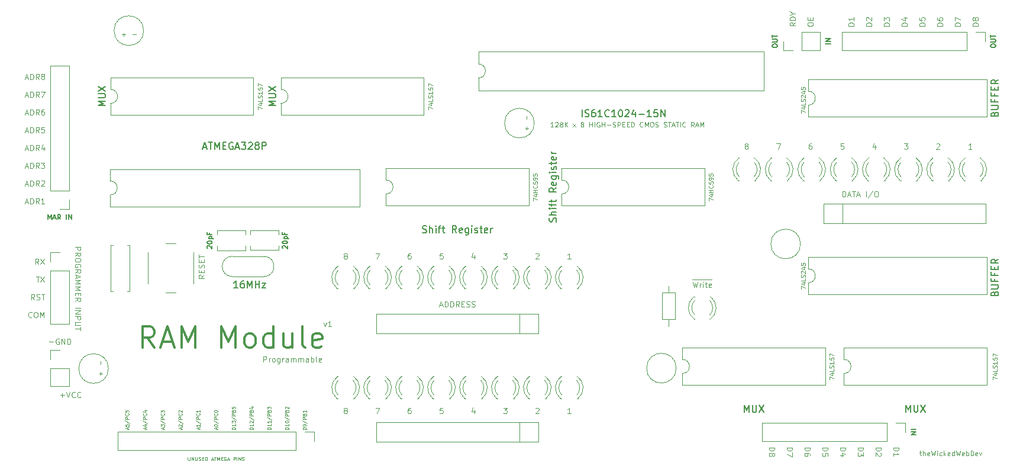
<source format=gbr>
%TF.GenerationSoftware,KiCad,Pcbnew,(5.1.9-0-10_14)*%
%TF.CreationDate,2021-05-02T01:57:54-04:00*%
%TF.ProjectId,RAM_PROGRAMMER,52414d5f-5052-44f4-9752-414d4d45522e,rev?*%
%TF.SameCoordinates,Original*%
%TF.FileFunction,Legend,Top*%
%TF.FilePolarity,Positive*%
%FSLAX46Y46*%
G04 Gerber Fmt 4.6, Leading zero omitted, Abs format (unit mm)*
G04 Created by KiCad (PCBNEW (5.1.9-0-10_14)) date 2021-05-02 01:57:54*
%MOMM*%
%LPD*%
G01*
G04 APERTURE LIST*
%ADD10C,0.120000*%
%ADD11C,0.100000*%
%ADD12C,0.170000*%
%ADD13C,0.070000*%
%ADD14C,0.080000*%
%ADD15C,0.300000*%
G04 APERTURE END LIST*
D10*
X177583540Y-114545703D02*
X180377540Y-114545703D01*
D11*
X177693619Y-114877904D02*
X177884095Y-115677904D01*
X178036476Y-115106476D01*
X178188857Y-115677904D01*
X178379333Y-114877904D01*
X178684095Y-115677904D02*
X178684095Y-115144571D01*
X178684095Y-115296952D02*
X178722190Y-115220761D01*
X178760285Y-115182666D01*
X178836476Y-115144571D01*
X178912666Y-115144571D01*
X179179333Y-115677904D02*
X179179333Y-115144571D01*
X179179333Y-114877904D02*
X179141238Y-114916000D01*
X179179333Y-114954095D01*
X179217428Y-114916000D01*
X179179333Y-114877904D01*
X179179333Y-114954095D01*
X179446000Y-115144571D02*
X179750761Y-115144571D01*
X179560285Y-114877904D02*
X179560285Y-115563619D01*
X179598380Y-115639809D01*
X179674571Y-115677904D01*
X179750761Y-115677904D01*
X180322190Y-115639809D02*
X180246000Y-115677904D01*
X180093619Y-115677904D01*
X180017428Y-115639809D01*
X179979333Y-115563619D01*
X179979333Y-115258857D01*
X180017428Y-115182666D01*
X180093619Y-115144571D01*
X180246000Y-115144571D01*
X180322190Y-115182666D01*
X180360285Y-115258857D01*
X180360285Y-115335047D01*
X179979333Y-115411238D01*
D12*
X189076666Y-81218000D02*
X189076666Y-81084666D01*
X189110000Y-81018000D01*
X189176666Y-80951333D01*
X189310000Y-80918000D01*
X189543333Y-80918000D01*
X189676666Y-80951333D01*
X189743333Y-81018000D01*
X189776666Y-81084666D01*
X189776666Y-81218000D01*
X189743333Y-81284666D01*
X189676666Y-81351333D01*
X189543333Y-81384666D01*
X189310000Y-81384666D01*
X189176666Y-81351333D01*
X189110000Y-81284666D01*
X189076666Y-81218000D01*
X189076666Y-80618000D02*
X189643333Y-80618000D01*
X189710000Y-80584666D01*
X189743333Y-80551333D01*
X189776666Y-80484666D01*
X189776666Y-80351333D01*
X189743333Y-80284666D01*
X189710000Y-80251333D01*
X189643333Y-80218000D01*
X189076666Y-80218000D01*
X189076666Y-79984666D02*
X189076666Y-79584666D01*
X189776666Y-79784666D02*
X189076666Y-79784666D01*
X197396666Y-80884666D02*
X196696666Y-80884666D01*
X197396666Y-80551333D02*
X196696666Y-80551333D01*
X197396666Y-80151333D01*
X196696666Y-80151333D01*
D11*
X105438095Y-139934190D02*
X105438095Y-140338952D01*
X105461904Y-140386571D01*
X105485714Y-140410380D01*
X105533333Y-140434190D01*
X105628571Y-140434190D01*
X105676190Y-140410380D01*
X105700000Y-140386571D01*
X105723809Y-140338952D01*
X105723809Y-139934190D01*
X105961904Y-140434190D02*
X105961904Y-139934190D01*
X106247619Y-140434190D01*
X106247619Y-139934190D01*
X106485714Y-139934190D02*
X106485714Y-140338952D01*
X106509523Y-140386571D01*
X106533333Y-140410380D01*
X106580952Y-140434190D01*
X106676190Y-140434190D01*
X106723809Y-140410380D01*
X106747619Y-140386571D01*
X106771428Y-140338952D01*
X106771428Y-139934190D01*
X106985714Y-140410380D02*
X107057142Y-140434190D01*
X107176190Y-140434190D01*
X107223809Y-140410380D01*
X107247619Y-140386571D01*
X107271428Y-140338952D01*
X107271428Y-140291333D01*
X107247619Y-140243714D01*
X107223809Y-140219904D01*
X107176190Y-140196095D01*
X107080952Y-140172285D01*
X107033333Y-140148476D01*
X107009523Y-140124666D01*
X106985714Y-140077047D01*
X106985714Y-140029428D01*
X107009523Y-139981809D01*
X107033333Y-139958000D01*
X107080952Y-139934190D01*
X107200000Y-139934190D01*
X107271428Y-139958000D01*
X107485714Y-140172285D02*
X107652380Y-140172285D01*
X107723809Y-140434190D02*
X107485714Y-140434190D01*
X107485714Y-139934190D01*
X107723809Y-139934190D01*
X107938095Y-140434190D02*
X107938095Y-139934190D01*
X108057142Y-139934190D01*
X108128571Y-139958000D01*
X108176190Y-140005619D01*
X108200000Y-140053238D01*
X108223809Y-140148476D01*
X108223809Y-140219904D01*
X108200000Y-140315142D01*
X108176190Y-140362761D01*
X108128571Y-140410380D01*
X108057142Y-140434190D01*
X107938095Y-140434190D01*
X108795238Y-140291333D02*
X109033333Y-140291333D01*
X108747619Y-140434190D02*
X108914285Y-139934190D01*
X109080952Y-140434190D01*
X109176190Y-139934190D02*
X109461904Y-139934190D01*
X109319047Y-140434190D02*
X109319047Y-139934190D01*
X109628571Y-140434190D02*
X109628571Y-139934190D01*
X109795238Y-140291333D01*
X109961904Y-139934190D01*
X109961904Y-140434190D01*
X110200000Y-140172285D02*
X110366666Y-140172285D01*
X110438095Y-140434190D02*
X110200000Y-140434190D01*
X110200000Y-139934190D01*
X110438095Y-139934190D01*
X110914285Y-139958000D02*
X110866666Y-139934190D01*
X110795238Y-139934190D01*
X110723809Y-139958000D01*
X110676190Y-140005619D01*
X110652380Y-140053238D01*
X110628571Y-140148476D01*
X110628571Y-140219904D01*
X110652380Y-140315142D01*
X110676190Y-140362761D01*
X110723809Y-140410380D01*
X110795238Y-140434190D01*
X110842857Y-140434190D01*
X110914285Y-140410380D01*
X110938095Y-140386571D01*
X110938095Y-140219904D01*
X110842857Y-140219904D01*
X111128571Y-140291333D02*
X111366666Y-140291333D01*
X111080952Y-140434190D02*
X111247619Y-139934190D01*
X111414285Y-140434190D01*
X111961904Y-140434190D02*
X111961904Y-139934190D01*
X112152380Y-139934190D01*
X112199999Y-139958000D01*
X112223809Y-139981809D01*
X112247619Y-140029428D01*
X112247619Y-140100857D01*
X112223809Y-140148476D01*
X112199999Y-140172285D01*
X112152380Y-140196095D01*
X111961904Y-140196095D01*
X112461904Y-140434190D02*
X112461904Y-139934190D01*
X112699999Y-140434190D02*
X112699999Y-139934190D01*
X112985714Y-140434190D01*
X112985714Y-139934190D01*
X113199999Y-140410380D02*
X113271428Y-140434190D01*
X113390476Y-140434190D01*
X113438095Y-140410380D01*
X113461904Y-140386571D01*
X113485714Y-140338952D01*
X113485714Y-140291333D01*
X113461904Y-140243714D01*
X113438095Y-140219904D01*
X113390476Y-140196095D01*
X113295238Y-140172285D01*
X113247619Y-140148476D01*
X113223809Y-140124666D01*
X113199999Y-140077047D01*
X113199999Y-140029428D01*
X113223809Y-139981809D01*
X113247619Y-139958000D01*
X113295238Y-139934190D01*
X113414285Y-139934190D01*
X113485714Y-139958000D01*
X122376190Y-136018142D02*
X121876190Y-136018142D01*
X121876190Y-135899095D01*
X121900000Y-135827666D01*
X121947619Y-135780047D01*
X121995238Y-135756238D01*
X122090476Y-135732428D01*
X122161904Y-135732428D01*
X122257142Y-135756238D01*
X122304761Y-135780047D01*
X122352380Y-135827666D01*
X122376190Y-135899095D01*
X122376190Y-136018142D01*
X122376190Y-135494333D02*
X122376190Y-135399095D01*
X122352380Y-135351476D01*
X122328571Y-135327666D01*
X122257142Y-135280047D01*
X122161904Y-135256238D01*
X121971428Y-135256238D01*
X121923809Y-135280047D01*
X121900000Y-135303857D01*
X121876190Y-135351476D01*
X121876190Y-135446714D01*
X121900000Y-135494333D01*
X121923809Y-135518142D01*
X121971428Y-135541952D01*
X122090476Y-135541952D01*
X122138095Y-135518142D01*
X122161904Y-135494333D01*
X122185714Y-135446714D01*
X122185714Y-135351476D01*
X122161904Y-135303857D01*
X122138095Y-135280047D01*
X122090476Y-135256238D01*
X121852380Y-134684809D02*
X122495238Y-135113380D01*
X122376190Y-134518142D02*
X121876190Y-134518142D01*
X121876190Y-134327666D01*
X121900000Y-134280047D01*
X121923809Y-134256238D01*
X121971428Y-134232428D01*
X122042857Y-134232428D01*
X122090476Y-134256238D01*
X122114285Y-134280047D01*
X122138095Y-134327666D01*
X122138095Y-134518142D01*
X122114285Y-133851476D02*
X122138095Y-133780047D01*
X122161904Y-133756238D01*
X122209523Y-133732428D01*
X122280952Y-133732428D01*
X122328571Y-133756238D01*
X122352380Y-133780047D01*
X122376190Y-133827666D01*
X122376190Y-134018142D01*
X121876190Y-134018142D01*
X121876190Y-133851476D01*
X121900000Y-133803857D01*
X121923809Y-133780047D01*
X121971428Y-133756238D01*
X122019047Y-133756238D01*
X122066666Y-133780047D01*
X122090476Y-133803857D01*
X122114285Y-133851476D01*
X122114285Y-134018142D01*
X122376190Y-133256238D02*
X122376190Y-133541952D01*
X122376190Y-133399095D02*
X121876190Y-133399095D01*
X121947619Y-133446714D01*
X121995238Y-133494333D01*
X122019047Y-133541952D01*
X119836190Y-135986333D02*
X119336190Y-135986333D01*
X119336190Y-135867285D01*
X119360000Y-135795857D01*
X119407619Y-135748238D01*
X119455238Y-135724428D01*
X119550476Y-135700619D01*
X119621904Y-135700619D01*
X119717142Y-135724428D01*
X119764761Y-135748238D01*
X119812380Y-135795857D01*
X119836190Y-135867285D01*
X119836190Y-135986333D01*
X119836190Y-135224428D02*
X119836190Y-135510142D01*
X119836190Y-135367285D02*
X119336190Y-135367285D01*
X119407619Y-135414904D01*
X119455238Y-135462523D01*
X119479047Y-135510142D01*
X119336190Y-134914904D02*
X119336190Y-134867285D01*
X119360000Y-134819666D01*
X119383809Y-134795857D01*
X119431428Y-134772047D01*
X119526666Y-134748238D01*
X119645714Y-134748238D01*
X119740952Y-134772047D01*
X119788571Y-134795857D01*
X119812380Y-134819666D01*
X119836190Y-134867285D01*
X119836190Y-134914904D01*
X119812380Y-134962523D01*
X119788571Y-134986333D01*
X119740952Y-135010142D01*
X119645714Y-135033952D01*
X119526666Y-135033952D01*
X119431428Y-135010142D01*
X119383809Y-134986333D01*
X119360000Y-134962523D01*
X119336190Y-134914904D01*
X119312380Y-134176809D02*
X119955238Y-134605380D01*
X119836190Y-134010142D02*
X119336190Y-134010142D01*
X119336190Y-133819666D01*
X119360000Y-133772047D01*
X119383809Y-133748238D01*
X119431428Y-133724428D01*
X119502857Y-133724428D01*
X119550476Y-133748238D01*
X119574285Y-133772047D01*
X119598095Y-133819666D01*
X119598095Y-134010142D01*
X119574285Y-133343476D02*
X119598095Y-133272047D01*
X119621904Y-133248238D01*
X119669523Y-133224428D01*
X119740952Y-133224428D01*
X119788571Y-133248238D01*
X119812380Y-133272047D01*
X119836190Y-133319666D01*
X119836190Y-133510142D01*
X119336190Y-133510142D01*
X119336190Y-133343476D01*
X119360000Y-133295857D01*
X119383809Y-133272047D01*
X119431428Y-133248238D01*
X119479047Y-133248238D01*
X119526666Y-133272047D01*
X119550476Y-133295857D01*
X119574285Y-133343476D01*
X119574285Y-133510142D01*
X119383809Y-133033952D02*
X119360000Y-133010142D01*
X119336190Y-132962523D01*
X119336190Y-132843476D01*
X119360000Y-132795857D01*
X119383809Y-132772047D01*
X119431428Y-132748238D01*
X119479047Y-132748238D01*
X119550476Y-132772047D01*
X119836190Y-133057761D01*
X119836190Y-132748238D01*
X117296190Y-135986333D02*
X116796190Y-135986333D01*
X116796190Y-135867285D01*
X116820000Y-135795857D01*
X116867619Y-135748238D01*
X116915238Y-135724428D01*
X117010476Y-135700619D01*
X117081904Y-135700619D01*
X117177142Y-135724428D01*
X117224761Y-135748238D01*
X117272380Y-135795857D01*
X117296190Y-135867285D01*
X117296190Y-135986333D01*
X117296190Y-135224428D02*
X117296190Y-135510142D01*
X117296190Y-135367285D02*
X116796190Y-135367285D01*
X116867619Y-135414904D01*
X116915238Y-135462523D01*
X116939047Y-135510142D01*
X117296190Y-134748238D02*
X117296190Y-135033952D01*
X117296190Y-134891095D02*
X116796190Y-134891095D01*
X116867619Y-134938714D01*
X116915238Y-134986333D01*
X116939047Y-135033952D01*
X116772380Y-134176809D02*
X117415238Y-134605380D01*
X117296190Y-134010142D02*
X116796190Y-134010142D01*
X116796190Y-133819666D01*
X116820000Y-133772047D01*
X116843809Y-133748238D01*
X116891428Y-133724428D01*
X116962857Y-133724428D01*
X117010476Y-133748238D01*
X117034285Y-133772047D01*
X117058095Y-133819666D01*
X117058095Y-134010142D01*
X117034285Y-133343476D02*
X117058095Y-133272047D01*
X117081904Y-133248238D01*
X117129523Y-133224428D01*
X117200952Y-133224428D01*
X117248571Y-133248238D01*
X117272380Y-133272047D01*
X117296190Y-133319666D01*
X117296190Y-133510142D01*
X116796190Y-133510142D01*
X116796190Y-133343476D01*
X116820000Y-133295857D01*
X116843809Y-133272047D01*
X116891428Y-133248238D01*
X116939047Y-133248238D01*
X116986666Y-133272047D01*
X117010476Y-133295857D01*
X117034285Y-133343476D01*
X117034285Y-133510142D01*
X116796190Y-133057761D02*
X116796190Y-132748238D01*
X116986666Y-132914904D01*
X116986666Y-132843476D01*
X117010476Y-132795857D01*
X117034285Y-132772047D01*
X117081904Y-132748238D01*
X117200952Y-132748238D01*
X117248571Y-132772047D01*
X117272380Y-132795857D01*
X117296190Y-132843476D01*
X117296190Y-132986333D01*
X117272380Y-133033952D01*
X117248571Y-133057761D01*
X114756190Y-135986333D02*
X114256190Y-135986333D01*
X114256190Y-135867285D01*
X114280000Y-135795857D01*
X114327619Y-135748238D01*
X114375238Y-135724428D01*
X114470476Y-135700619D01*
X114541904Y-135700619D01*
X114637142Y-135724428D01*
X114684761Y-135748238D01*
X114732380Y-135795857D01*
X114756190Y-135867285D01*
X114756190Y-135986333D01*
X114756190Y-135224428D02*
X114756190Y-135510142D01*
X114756190Y-135367285D02*
X114256190Y-135367285D01*
X114327619Y-135414904D01*
X114375238Y-135462523D01*
X114399047Y-135510142D01*
X114303809Y-135033952D02*
X114280000Y-135010142D01*
X114256190Y-134962523D01*
X114256190Y-134843476D01*
X114280000Y-134795857D01*
X114303809Y-134772047D01*
X114351428Y-134748238D01*
X114399047Y-134748238D01*
X114470476Y-134772047D01*
X114756190Y-135057761D01*
X114756190Y-134748238D01*
X114232380Y-134176809D02*
X114875238Y-134605380D01*
X114756190Y-134010142D02*
X114256190Y-134010142D01*
X114256190Y-133819666D01*
X114280000Y-133772047D01*
X114303809Y-133748238D01*
X114351428Y-133724428D01*
X114422857Y-133724428D01*
X114470476Y-133748238D01*
X114494285Y-133772047D01*
X114518095Y-133819666D01*
X114518095Y-134010142D01*
X114494285Y-133343476D02*
X114518095Y-133272047D01*
X114541904Y-133248238D01*
X114589523Y-133224428D01*
X114660952Y-133224428D01*
X114708571Y-133248238D01*
X114732380Y-133272047D01*
X114756190Y-133319666D01*
X114756190Y-133510142D01*
X114256190Y-133510142D01*
X114256190Y-133343476D01*
X114280000Y-133295857D01*
X114303809Y-133272047D01*
X114351428Y-133248238D01*
X114399047Y-133248238D01*
X114446666Y-133272047D01*
X114470476Y-133295857D01*
X114494285Y-133343476D01*
X114494285Y-133510142D01*
X114422857Y-132795857D02*
X114756190Y-132795857D01*
X114232380Y-132914904D02*
X114589523Y-133033952D01*
X114589523Y-132724428D01*
X112216190Y-135986333D02*
X111716190Y-135986333D01*
X111716190Y-135867285D01*
X111740000Y-135795857D01*
X111787619Y-135748238D01*
X111835238Y-135724428D01*
X111930476Y-135700619D01*
X112001904Y-135700619D01*
X112097142Y-135724428D01*
X112144761Y-135748238D01*
X112192380Y-135795857D01*
X112216190Y-135867285D01*
X112216190Y-135986333D01*
X112216190Y-135224428D02*
X112216190Y-135510142D01*
X112216190Y-135367285D02*
X111716190Y-135367285D01*
X111787619Y-135414904D01*
X111835238Y-135462523D01*
X111859047Y-135510142D01*
X111716190Y-135057761D02*
X111716190Y-134748238D01*
X111906666Y-134914904D01*
X111906666Y-134843476D01*
X111930476Y-134795857D01*
X111954285Y-134772047D01*
X112001904Y-134748238D01*
X112120952Y-134748238D01*
X112168571Y-134772047D01*
X112192380Y-134795857D01*
X112216190Y-134843476D01*
X112216190Y-134986333D01*
X112192380Y-135033952D01*
X112168571Y-135057761D01*
X111692380Y-134176809D02*
X112335238Y-134605380D01*
X112216190Y-134010142D02*
X111716190Y-134010142D01*
X111716190Y-133819666D01*
X111740000Y-133772047D01*
X111763809Y-133748238D01*
X111811428Y-133724428D01*
X111882857Y-133724428D01*
X111930476Y-133748238D01*
X111954285Y-133772047D01*
X111978095Y-133819666D01*
X111978095Y-134010142D01*
X111954285Y-133343476D02*
X111978095Y-133272047D01*
X112001904Y-133248238D01*
X112049523Y-133224428D01*
X112120952Y-133224428D01*
X112168571Y-133248238D01*
X112192380Y-133272047D01*
X112216190Y-133319666D01*
X112216190Y-133510142D01*
X111716190Y-133510142D01*
X111716190Y-133343476D01*
X111740000Y-133295857D01*
X111763809Y-133272047D01*
X111811428Y-133248238D01*
X111859047Y-133248238D01*
X111906666Y-133272047D01*
X111930476Y-133295857D01*
X111954285Y-133343476D01*
X111954285Y-133510142D01*
X111716190Y-132772047D02*
X111716190Y-133010142D01*
X111954285Y-133033952D01*
X111930476Y-133010142D01*
X111906666Y-132962523D01*
X111906666Y-132843476D01*
X111930476Y-132795857D01*
X111954285Y-132772047D01*
X112001904Y-132748238D01*
X112120952Y-132748238D01*
X112168571Y-132772047D01*
X112192380Y-132795857D01*
X112216190Y-132843476D01*
X112216190Y-132962523D01*
X112192380Y-133010142D01*
X112168571Y-133033952D01*
X109533333Y-135970523D02*
X109533333Y-135732428D01*
X109676190Y-136018142D02*
X109176190Y-135851476D01*
X109676190Y-135684809D01*
X109176190Y-135422904D02*
X109176190Y-135375285D01*
X109200000Y-135327666D01*
X109223809Y-135303857D01*
X109271428Y-135280047D01*
X109366666Y-135256238D01*
X109485714Y-135256238D01*
X109580952Y-135280047D01*
X109628571Y-135303857D01*
X109652380Y-135327666D01*
X109676190Y-135375285D01*
X109676190Y-135422904D01*
X109652380Y-135470523D01*
X109628571Y-135494333D01*
X109580952Y-135518142D01*
X109485714Y-135541952D01*
X109366666Y-135541952D01*
X109271428Y-135518142D01*
X109223809Y-135494333D01*
X109200000Y-135470523D01*
X109176190Y-135422904D01*
X109152380Y-134684809D02*
X109795238Y-135113380D01*
X109676190Y-134518142D02*
X109176190Y-134518142D01*
X109176190Y-134327666D01*
X109200000Y-134280047D01*
X109223809Y-134256238D01*
X109271428Y-134232428D01*
X109342857Y-134232428D01*
X109390476Y-134256238D01*
X109414285Y-134280047D01*
X109438095Y-134327666D01*
X109438095Y-134518142D01*
X109628571Y-133732428D02*
X109652380Y-133756238D01*
X109676190Y-133827666D01*
X109676190Y-133875285D01*
X109652380Y-133946714D01*
X109604761Y-133994333D01*
X109557142Y-134018142D01*
X109461904Y-134041952D01*
X109390476Y-134041952D01*
X109295238Y-134018142D01*
X109247619Y-133994333D01*
X109200000Y-133946714D01*
X109176190Y-133875285D01*
X109176190Y-133827666D01*
X109200000Y-133756238D01*
X109223809Y-133732428D01*
X109176190Y-133422904D02*
X109176190Y-133375285D01*
X109200000Y-133327666D01*
X109223809Y-133303857D01*
X109271428Y-133280047D01*
X109366666Y-133256238D01*
X109485714Y-133256238D01*
X109580952Y-133280047D01*
X109628571Y-133303857D01*
X109652380Y-133327666D01*
X109676190Y-133375285D01*
X109676190Y-133422904D01*
X109652380Y-133470523D01*
X109628571Y-133494333D01*
X109580952Y-133518142D01*
X109485714Y-133541952D01*
X109366666Y-133541952D01*
X109271428Y-133518142D01*
X109223809Y-133494333D01*
X109200000Y-133470523D01*
X109176190Y-133422904D01*
X106993333Y-135970523D02*
X106993333Y-135732428D01*
X107136190Y-136018142D02*
X106636190Y-135851476D01*
X107136190Y-135684809D01*
X107136190Y-135256238D02*
X107136190Y-135541952D01*
X107136190Y-135399095D02*
X106636190Y-135399095D01*
X106707619Y-135446714D01*
X106755238Y-135494333D01*
X106779047Y-135541952D01*
X106612380Y-134684809D02*
X107255238Y-135113380D01*
X107136190Y-134518142D02*
X106636190Y-134518142D01*
X106636190Y-134327666D01*
X106660000Y-134280047D01*
X106683809Y-134256238D01*
X106731428Y-134232428D01*
X106802857Y-134232428D01*
X106850476Y-134256238D01*
X106874285Y-134280047D01*
X106898095Y-134327666D01*
X106898095Y-134518142D01*
X107088571Y-133732428D02*
X107112380Y-133756238D01*
X107136190Y-133827666D01*
X107136190Y-133875285D01*
X107112380Y-133946714D01*
X107064761Y-133994333D01*
X107017142Y-134018142D01*
X106921904Y-134041952D01*
X106850476Y-134041952D01*
X106755238Y-134018142D01*
X106707619Y-133994333D01*
X106660000Y-133946714D01*
X106636190Y-133875285D01*
X106636190Y-133827666D01*
X106660000Y-133756238D01*
X106683809Y-133732428D01*
X107136190Y-133256238D02*
X107136190Y-133541952D01*
X107136190Y-133399095D02*
X106636190Y-133399095D01*
X106707619Y-133446714D01*
X106755238Y-133494333D01*
X106779047Y-133541952D01*
X101913333Y-135970523D02*
X101913333Y-135732428D01*
X102056190Y-136018142D02*
X101556190Y-135851476D01*
X102056190Y-135684809D01*
X101556190Y-135565761D02*
X101556190Y-135256238D01*
X101746666Y-135422904D01*
X101746666Y-135351476D01*
X101770476Y-135303857D01*
X101794285Y-135280047D01*
X101841904Y-135256238D01*
X101960952Y-135256238D01*
X102008571Y-135280047D01*
X102032380Y-135303857D01*
X102056190Y-135351476D01*
X102056190Y-135494333D01*
X102032380Y-135541952D01*
X102008571Y-135565761D01*
X101532380Y-134684809D02*
X102175238Y-135113380D01*
X102056190Y-134518142D02*
X101556190Y-134518142D01*
X101556190Y-134327666D01*
X101580000Y-134280047D01*
X101603809Y-134256238D01*
X101651428Y-134232428D01*
X101722857Y-134232428D01*
X101770476Y-134256238D01*
X101794285Y-134280047D01*
X101818095Y-134327666D01*
X101818095Y-134518142D01*
X102008571Y-133732428D02*
X102032380Y-133756238D01*
X102056190Y-133827666D01*
X102056190Y-133875285D01*
X102032380Y-133946714D01*
X101984761Y-133994333D01*
X101937142Y-134018142D01*
X101841904Y-134041952D01*
X101770476Y-134041952D01*
X101675238Y-134018142D01*
X101627619Y-133994333D01*
X101580000Y-133946714D01*
X101556190Y-133875285D01*
X101556190Y-133827666D01*
X101580000Y-133756238D01*
X101603809Y-133732428D01*
X101556190Y-133565761D02*
X101556190Y-133256238D01*
X101746666Y-133422904D01*
X101746666Y-133351476D01*
X101770476Y-133303857D01*
X101794285Y-133280047D01*
X101841904Y-133256238D01*
X101960952Y-133256238D01*
X102008571Y-133280047D01*
X102032380Y-133303857D01*
X102056190Y-133351476D01*
X102056190Y-133494333D01*
X102032380Y-133541952D01*
X102008571Y-133565761D01*
X104453333Y-135970523D02*
X104453333Y-135732428D01*
X104596190Y-136018142D02*
X104096190Y-135851476D01*
X104596190Y-135684809D01*
X104143809Y-135541952D02*
X104120000Y-135518142D01*
X104096190Y-135470523D01*
X104096190Y-135351476D01*
X104120000Y-135303857D01*
X104143809Y-135280047D01*
X104191428Y-135256238D01*
X104239047Y-135256238D01*
X104310476Y-135280047D01*
X104596190Y-135565761D01*
X104596190Y-135256238D01*
X104072380Y-134684809D02*
X104715238Y-135113380D01*
X104596190Y-134518142D02*
X104096190Y-134518142D01*
X104096190Y-134327666D01*
X104120000Y-134280047D01*
X104143809Y-134256238D01*
X104191428Y-134232428D01*
X104262857Y-134232428D01*
X104310476Y-134256238D01*
X104334285Y-134280047D01*
X104358095Y-134327666D01*
X104358095Y-134518142D01*
X104548571Y-133732428D02*
X104572380Y-133756238D01*
X104596190Y-133827666D01*
X104596190Y-133875285D01*
X104572380Y-133946714D01*
X104524761Y-133994333D01*
X104477142Y-134018142D01*
X104381904Y-134041952D01*
X104310476Y-134041952D01*
X104215238Y-134018142D01*
X104167619Y-133994333D01*
X104120000Y-133946714D01*
X104096190Y-133875285D01*
X104096190Y-133827666D01*
X104120000Y-133756238D01*
X104143809Y-133732428D01*
X104143809Y-133541952D02*
X104120000Y-133518142D01*
X104096190Y-133470523D01*
X104096190Y-133351476D01*
X104120000Y-133303857D01*
X104143809Y-133280047D01*
X104191428Y-133256238D01*
X104239047Y-133256238D01*
X104310476Y-133280047D01*
X104596190Y-133565761D01*
X104596190Y-133256238D01*
X99373333Y-135970523D02*
X99373333Y-135732428D01*
X99516190Y-136018142D02*
X99016190Y-135851476D01*
X99516190Y-135684809D01*
X99182857Y-135303857D02*
X99516190Y-135303857D01*
X98992380Y-135422904D02*
X99349523Y-135541952D01*
X99349523Y-135232428D01*
X98992380Y-134684809D02*
X99635238Y-135113380D01*
X99516190Y-134518142D02*
X99016190Y-134518142D01*
X99016190Y-134327666D01*
X99040000Y-134280047D01*
X99063809Y-134256238D01*
X99111428Y-134232428D01*
X99182857Y-134232428D01*
X99230476Y-134256238D01*
X99254285Y-134280047D01*
X99278095Y-134327666D01*
X99278095Y-134518142D01*
X99468571Y-133732428D02*
X99492380Y-133756238D01*
X99516190Y-133827666D01*
X99516190Y-133875285D01*
X99492380Y-133946714D01*
X99444761Y-133994333D01*
X99397142Y-134018142D01*
X99301904Y-134041952D01*
X99230476Y-134041952D01*
X99135238Y-134018142D01*
X99087619Y-133994333D01*
X99040000Y-133946714D01*
X99016190Y-133875285D01*
X99016190Y-133827666D01*
X99040000Y-133756238D01*
X99063809Y-133732428D01*
X99182857Y-133303857D02*
X99516190Y-133303857D01*
X98992380Y-133422904D02*
X99349523Y-133541952D01*
X99349523Y-133232428D01*
X96833333Y-135970523D02*
X96833333Y-135732428D01*
X96976190Y-136018142D02*
X96476190Y-135851476D01*
X96976190Y-135684809D01*
X96476190Y-135280047D02*
X96476190Y-135518142D01*
X96714285Y-135541952D01*
X96690476Y-135518142D01*
X96666666Y-135470523D01*
X96666666Y-135351476D01*
X96690476Y-135303857D01*
X96714285Y-135280047D01*
X96761904Y-135256238D01*
X96880952Y-135256238D01*
X96928571Y-135280047D01*
X96952380Y-135303857D01*
X96976190Y-135351476D01*
X96976190Y-135470523D01*
X96952380Y-135518142D01*
X96928571Y-135541952D01*
X96452380Y-134684809D02*
X97095238Y-135113380D01*
X96976190Y-134518142D02*
X96476190Y-134518142D01*
X96476190Y-134327666D01*
X96500000Y-134280047D01*
X96523809Y-134256238D01*
X96571428Y-134232428D01*
X96642857Y-134232428D01*
X96690476Y-134256238D01*
X96714285Y-134280047D01*
X96738095Y-134327666D01*
X96738095Y-134518142D01*
X96928571Y-133732428D02*
X96952380Y-133756238D01*
X96976190Y-133827666D01*
X96976190Y-133875285D01*
X96952380Y-133946714D01*
X96904761Y-133994333D01*
X96857142Y-134018142D01*
X96761904Y-134041952D01*
X96690476Y-134041952D01*
X96595238Y-134018142D01*
X96547619Y-133994333D01*
X96500000Y-133946714D01*
X96476190Y-133875285D01*
X96476190Y-133827666D01*
X96500000Y-133756238D01*
X96523809Y-133732428D01*
X96476190Y-133280047D02*
X96476190Y-133518142D01*
X96714285Y-133541952D01*
X96690476Y-133518142D01*
X96666666Y-133470523D01*
X96666666Y-133351476D01*
X96690476Y-133303857D01*
X96714285Y-133280047D01*
X96761904Y-133256238D01*
X96880952Y-133256238D01*
X96928571Y-133280047D01*
X96952380Y-133303857D01*
X96976190Y-133351476D01*
X96976190Y-133470523D01*
X96952380Y-133518142D01*
X96928571Y-133541952D01*
X124880571Y-120732571D02*
X125071047Y-121265904D01*
X125261523Y-120732571D01*
X125985333Y-121265904D02*
X125528190Y-121265904D01*
X125756761Y-121265904D02*
X125756761Y-120465904D01*
X125680571Y-120580190D01*
X125604380Y-120656380D01*
X125528190Y-120694476D01*
X116238666Y-126345904D02*
X116238666Y-125545904D01*
X116543428Y-125545904D01*
X116619619Y-125584000D01*
X116657714Y-125622095D01*
X116695809Y-125698285D01*
X116695809Y-125812571D01*
X116657714Y-125888761D01*
X116619619Y-125926857D01*
X116543428Y-125964952D01*
X116238666Y-125964952D01*
X117038666Y-126345904D02*
X117038666Y-125812571D01*
X117038666Y-125964952D02*
X117076761Y-125888761D01*
X117114857Y-125850666D01*
X117191047Y-125812571D01*
X117267238Y-125812571D01*
X117648190Y-126345904D02*
X117572000Y-126307809D01*
X117533904Y-126269714D01*
X117495809Y-126193523D01*
X117495809Y-125964952D01*
X117533904Y-125888761D01*
X117572000Y-125850666D01*
X117648190Y-125812571D01*
X117762476Y-125812571D01*
X117838666Y-125850666D01*
X117876761Y-125888761D01*
X117914857Y-125964952D01*
X117914857Y-126193523D01*
X117876761Y-126269714D01*
X117838666Y-126307809D01*
X117762476Y-126345904D01*
X117648190Y-126345904D01*
X118600571Y-125812571D02*
X118600571Y-126460190D01*
X118562476Y-126536380D01*
X118524380Y-126574476D01*
X118448190Y-126612571D01*
X118333904Y-126612571D01*
X118257714Y-126574476D01*
X118600571Y-126307809D02*
X118524380Y-126345904D01*
X118372000Y-126345904D01*
X118295809Y-126307809D01*
X118257714Y-126269714D01*
X118219619Y-126193523D01*
X118219619Y-125964952D01*
X118257714Y-125888761D01*
X118295809Y-125850666D01*
X118372000Y-125812571D01*
X118524380Y-125812571D01*
X118600571Y-125850666D01*
X118981523Y-126345904D02*
X118981523Y-125812571D01*
X118981523Y-125964952D02*
X119019619Y-125888761D01*
X119057714Y-125850666D01*
X119133904Y-125812571D01*
X119210095Y-125812571D01*
X119819619Y-126345904D02*
X119819619Y-125926857D01*
X119781523Y-125850666D01*
X119705333Y-125812571D01*
X119552952Y-125812571D01*
X119476761Y-125850666D01*
X119819619Y-126307809D02*
X119743428Y-126345904D01*
X119552952Y-126345904D01*
X119476761Y-126307809D01*
X119438666Y-126231619D01*
X119438666Y-126155428D01*
X119476761Y-126079238D01*
X119552952Y-126041142D01*
X119743428Y-126041142D01*
X119819619Y-126003047D01*
X120200571Y-126345904D02*
X120200571Y-125812571D01*
X120200571Y-125888761D02*
X120238666Y-125850666D01*
X120314857Y-125812571D01*
X120429142Y-125812571D01*
X120505333Y-125850666D01*
X120543428Y-125926857D01*
X120543428Y-126345904D01*
X120543428Y-125926857D02*
X120581523Y-125850666D01*
X120657714Y-125812571D01*
X120772000Y-125812571D01*
X120848190Y-125850666D01*
X120886285Y-125926857D01*
X120886285Y-126345904D01*
X121267238Y-126345904D02*
X121267238Y-125812571D01*
X121267238Y-125888761D02*
X121305333Y-125850666D01*
X121381523Y-125812571D01*
X121495809Y-125812571D01*
X121572000Y-125850666D01*
X121610095Y-125926857D01*
X121610095Y-126345904D01*
X121610095Y-125926857D02*
X121648190Y-125850666D01*
X121724380Y-125812571D01*
X121838666Y-125812571D01*
X121914857Y-125850666D01*
X121952952Y-125926857D01*
X121952952Y-126345904D01*
X122676761Y-126345904D02*
X122676761Y-125926857D01*
X122638666Y-125850666D01*
X122562476Y-125812571D01*
X122410095Y-125812571D01*
X122333904Y-125850666D01*
X122676761Y-126307809D02*
X122600571Y-126345904D01*
X122410095Y-126345904D01*
X122333904Y-126307809D01*
X122295809Y-126231619D01*
X122295809Y-126155428D01*
X122333904Y-126079238D01*
X122410095Y-126041142D01*
X122600571Y-126041142D01*
X122676761Y-126003047D01*
X123057714Y-126345904D02*
X123057714Y-125545904D01*
X123057714Y-125850666D02*
X123133904Y-125812571D01*
X123286285Y-125812571D01*
X123362476Y-125850666D01*
X123400571Y-125888761D01*
X123438666Y-125964952D01*
X123438666Y-126193523D01*
X123400571Y-126269714D01*
X123362476Y-126307809D01*
X123286285Y-126345904D01*
X123133904Y-126345904D01*
X123057714Y-126307809D01*
X123895809Y-126345904D02*
X123819619Y-126307809D01*
X123781523Y-126231619D01*
X123781523Y-125545904D01*
X124505333Y-126307809D02*
X124429142Y-126345904D01*
X124276761Y-126345904D01*
X124200571Y-126307809D01*
X124162476Y-126231619D01*
X124162476Y-125926857D01*
X124200571Y-125850666D01*
X124276761Y-125812571D01*
X124429142Y-125812571D01*
X124505333Y-125850666D01*
X124543428Y-125926857D01*
X124543428Y-126003047D01*
X124162476Y-126079238D01*
X192361903Y-77814118D02*
X191980951Y-78080784D01*
X192361903Y-78271261D02*
X191561903Y-78271261D01*
X191561903Y-77966499D01*
X191599999Y-77890308D01*
X191638094Y-77852213D01*
X191714284Y-77814118D01*
X191828570Y-77814118D01*
X191904760Y-77852213D01*
X191942856Y-77890308D01*
X191980951Y-77966499D01*
X191980951Y-78271261D01*
X192361903Y-77471261D02*
X191561903Y-77471261D01*
X191561903Y-77280784D01*
X191599999Y-77166499D01*
X191676189Y-77090308D01*
X191752379Y-77052213D01*
X191904760Y-77014118D01*
X192019046Y-77014118D01*
X192171427Y-77052213D01*
X192247618Y-77090308D01*
X192323808Y-77166499D01*
X192361903Y-77280784D01*
X192361903Y-77471261D01*
X191980951Y-76518880D02*
X192361903Y-76518880D01*
X191561903Y-76785546D02*
X191980951Y-76518880D01*
X191561903Y-76252213D01*
X194101904Y-78138338D02*
X194101904Y-77985957D01*
X194140000Y-77909767D01*
X194216190Y-77833576D01*
X194368571Y-77795481D01*
X194635238Y-77795481D01*
X194787619Y-77833576D01*
X194863809Y-77909767D01*
X194901904Y-77985957D01*
X194901904Y-78138338D01*
X194863809Y-78214529D01*
X194787619Y-78290719D01*
X194635238Y-78328814D01*
X194368571Y-78328814D01*
X194216190Y-78290719D01*
X194140000Y-78214529D01*
X194101904Y-78138338D01*
X194482857Y-77452624D02*
X194482857Y-77185957D01*
X194901904Y-77071671D02*
X194901904Y-77452624D01*
X194101904Y-77452624D01*
X194101904Y-77071671D01*
X83096238Y-119919714D02*
X83058142Y-119957809D01*
X82943857Y-119995904D01*
X82867666Y-119995904D01*
X82753380Y-119957809D01*
X82677190Y-119881619D01*
X82639095Y-119805428D01*
X82601000Y-119653047D01*
X82601000Y-119538761D01*
X82639095Y-119386380D01*
X82677190Y-119310190D01*
X82753380Y-119234000D01*
X82867666Y-119195904D01*
X82943857Y-119195904D01*
X83058142Y-119234000D01*
X83096238Y-119272095D01*
X83591476Y-119195904D02*
X83743857Y-119195904D01*
X83820047Y-119234000D01*
X83896238Y-119310190D01*
X83934333Y-119462571D01*
X83934333Y-119729238D01*
X83896238Y-119881619D01*
X83820047Y-119957809D01*
X83743857Y-119995904D01*
X83591476Y-119995904D01*
X83515285Y-119957809D01*
X83439095Y-119881619D01*
X83401000Y-119729238D01*
X83401000Y-119462571D01*
X83439095Y-119310190D01*
X83515285Y-119234000D01*
X83591476Y-119195904D01*
X84277190Y-119995904D02*
X84277190Y-119195904D01*
X84543857Y-119767333D01*
X84810523Y-119195904D01*
X84810523Y-119995904D01*
X89276095Y-109938285D02*
X90076095Y-109938285D01*
X90076095Y-110243047D01*
X90038000Y-110319238D01*
X89999904Y-110357333D01*
X89923714Y-110395428D01*
X89809428Y-110395428D01*
X89733238Y-110357333D01*
X89695142Y-110319238D01*
X89657047Y-110243047D01*
X89657047Y-109938285D01*
X89276095Y-111195428D02*
X89657047Y-110928761D01*
X89276095Y-110738285D02*
X90076095Y-110738285D01*
X90076095Y-111043047D01*
X90038000Y-111119238D01*
X89999904Y-111157333D01*
X89923714Y-111195428D01*
X89809428Y-111195428D01*
X89733238Y-111157333D01*
X89695142Y-111119238D01*
X89657047Y-111043047D01*
X89657047Y-110738285D01*
X90076095Y-111690666D02*
X90076095Y-111843047D01*
X90038000Y-111919238D01*
X89961809Y-111995428D01*
X89809428Y-112033523D01*
X89542761Y-112033523D01*
X89390380Y-111995428D01*
X89314190Y-111919238D01*
X89276095Y-111843047D01*
X89276095Y-111690666D01*
X89314190Y-111614476D01*
X89390380Y-111538285D01*
X89542761Y-111500190D01*
X89809428Y-111500190D01*
X89961809Y-111538285D01*
X90038000Y-111614476D01*
X90076095Y-111690666D01*
X90038000Y-112795428D02*
X90076095Y-112719238D01*
X90076095Y-112604952D01*
X90038000Y-112490666D01*
X89961809Y-112414476D01*
X89885619Y-112376380D01*
X89733238Y-112338285D01*
X89618952Y-112338285D01*
X89466571Y-112376380D01*
X89390380Y-112414476D01*
X89314190Y-112490666D01*
X89276095Y-112604952D01*
X89276095Y-112681142D01*
X89314190Y-112795428D01*
X89352285Y-112833523D01*
X89618952Y-112833523D01*
X89618952Y-112681142D01*
X89276095Y-113633523D02*
X89657047Y-113366857D01*
X89276095Y-113176380D02*
X90076095Y-113176380D01*
X90076095Y-113481142D01*
X90038000Y-113557333D01*
X89999904Y-113595428D01*
X89923714Y-113633523D01*
X89809428Y-113633523D01*
X89733238Y-113595428D01*
X89695142Y-113557333D01*
X89657047Y-113481142D01*
X89657047Y-113176380D01*
X89504666Y-113938285D02*
X89504666Y-114319238D01*
X89276095Y-113862095D02*
X90076095Y-114128761D01*
X89276095Y-114395428D01*
X89276095Y-114662095D02*
X90076095Y-114662095D01*
X89504666Y-114928761D01*
X90076095Y-115195428D01*
X89276095Y-115195428D01*
X89276095Y-115576380D02*
X90076095Y-115576380D01*
X89504666Y-115843047D01*
X90076095Y-116109714D01*
X89276095Y-116109714D01*
X89695142Y-116490666D02*
X89695142Y-116757333D01*
X89276095Y-116871619D02*
X89276095Y-116490666D01*
X90076095Y-116490666D01*
X90076095Y-116871619D01*
X89276095Y-117671619D02*
X89657047Y-117404952D01*
X89276095Y-117214476D02*
X90076095Y-117214476D01*
X90076095Y-117519238D01*
X90038000Y-117595428D01*
X89999904Y-117633523D01*
X89923714Y-117671619D01*
X89809428Y-117671619D01*
X89733238Y-117633523D01*
X89695142Y-117595428D01*
X89657047Y-117519238D01*
X89657047Y-117214476D01*
X89276095Y-118624000D02*
X90076095Y-118624000D01*
X89276095Y-119004952D02*
X90076095Y-119004952D01*
X89276095Y-119462095D01*
X90076095Y-119462095D01*
X89276095Y-119843047D02*
X90076095Y-119843047D01*
X90076095Y-120147809D01*
X90038000Y-120224000D01*
X89999904Y-120262095D01*
X89923714Y-120300190D01*
X89809428Y-120300190D01*
X89733238Y-120262095D01*
X89695142Y-120224000D01*
X89657047Y-120147809D01*
X89657047Y-119843047D01*
X90076095Y-120643047D02*
X89428476Y-120643047D01*
X89352285Y-120681142D01*
X89314190Y-120719238D01*
X89276095Y-120795428D01*
X89276095Y-120947809D01*
X89314190Y-121024000D01*
X89352285Y-121062095D01*
X89428476Y-121100190D01*
X90076095Y-121100190D01*
X90076095Y-121366857D02*
X90076095Y-121824000D01*
X89276095Y-121595428D02*
X90076095Y-121595428D01*
X83477190Y-117455904D02*
X83210523Y-117074952D01*
X83020047Y-117455904D02*
X83020047Y-116655904D01*
X83324809Y-116655904D01*
X83401000Y-116694000D01*
X83439095Y-116732095D01*
X83477190Y-116808285D01*
X83477190Y-116922571D01*
X83439095Y-116998761D01*
X83401000Y-117036857D01*
X83324809Y-117074952D01*
X83020047Y-117074952D01*
X83781952Y-117417809D02*
X83896238Y-117455904D01*
X84086714Y-117455904D01*
X84162904Y-117417809D01*
X84201000Y-117379714D01*
X84239095Y-117303523D01*
X84239095Y-117227333D01*
X84201000Y-117151142D01*
X84162904Y-117113047D01*
X84086714Y-117074952D01*
X83934333Y-117036857D01*
X83858142Y-116998761D01*
X83820047Y-116960666D01*
X83781952Y-116884476D01*
X83781952Y-116808285D01*
X83820047Y-116732095D01*
X83858142Y-116694000D01*
X83934333Y-116655904D01*
X84124809Y-116655904D01*
X84239095Y-116694000D01*
X84467666Y-116655904D02*
X84924809Y-116655904D01*
X84696238Y-117455904D02*
X84696238Y-116655904D01*
X83705761Y-114115904D02*
X84162904Y-114115904D01*
X83934333Y-114915904D02*
X83934333Y-114115904D01*
X84353380Y-114115904D02*
X84886714Y-114915904D01*
X84886714Y-114115904D02*
X84353380Y-114915904D01*
X84086714Y-112375904D02*
X83820047Y-111994952D01*
X83629571Y-112375904D02*
X83629571Y-111575904D01*
X83934333Y-111575904D01*
X84010523Y-111614000D01*
X84048619Y-111652095D01*
X84086714Y-111728285D01*
X84086714Y-111842571D01*
X84048619Y-111918761D01*
X84010523Y-111956857D01*
X83934333Y-111994952D01*
X83629571Y-111994952D01*
X84353380Y-111575904D02*
X84886714Y-112375904D01*
X84886714Y-111575904D02*
X84353380Y-112375904D01*
D13*
X96013428Y-79544857D02*
X96470571Y-79544857D01*
X96242000Y-79773428D02*
X96242000Y-79316285D01*
X97537428Y-79544857D02*
X97994571Y-79544857D01*
D14*
X193195428Y-115917428D02*
X193195428Y-115517428D01*
X193795428Y-115774571D01*
X193395428Y-115031714D02*
X193795428Y-115031714D01*
X193166857Y-115174571D02*
X193595428Y-115317428D01*
X193595428Y-114946000D01*
X193795428Y-114431714D02*
X193795428Y-114717428D01*
X193195428Y-114717428D01*
X193766857Y-114260285D02*
X193795428Y-114174571D01*
X193795428Y-114031714D01*
X193766857Y-113974571D01*
X193738285Y-113946000D01*
X193681142Y-113917428D01*
X193624000Y-113917428D01*
X193566857Y-113946000D01*
X193538285Y-113974571D01*
X193509714Y-114031714D01*
X193481142Y-114146000D01*
X193452571Y-114203142D01*
X193424000Y-114231714D01*
X193366857Y-114260285D01*
X193309714Y-114260285D01*
X193252571Y-114231714D01*
X193224000Y-114203142D01*
X193195428Y-114146000D01*
X193195428Y-114003142D01*
X193224000Y-113917428D01*
X193252571Y-113688857D02*
X193224000Y-113660285D01*
X193195428Y-113603142D01*
X193195428Y-113460285D01*
X193224000Y-113403142D01*
X193252571Y-113374571D01*
X193309714Y-113346000D01*
X193366857Y-113346000D01*
X193452571Y-113374571D01*
X193795428Y-113717428D01*
X193795428Y-113346000D01*
X193395428Y-112831714D02*
X193795428Y-112831714D01*
X193166857Y-112974571D02*
X193595428Y-113117428D01*
X193595428Y-112746000D01*
X193195428Y-112231714D02*
X193195428Y-112517428D01*
X193481142Y-112546000D01*
X193452571Y-112517428D01*
X193424000Y-112460285D01*
X193424000Y-112317428D01*
X193452571Y-112260285D01*
X193481142Y-112231714D01*
X193538285Y-112203142D01*
X193681142Y-112203142D01*
X193738285Y-112231714D01*
X193766857Y-112260285D01*
X193795428Y-112317428D01*
X193795428Y-112460285D01*
X193766857Y-112517428D01*
X193738285Y-112546000D01*
D12*
X220884571Y-116561904D02*
X220932190Y-116419047D01*
X220979809Y-116371428D01*
X221075047Y-116323809D01*
X221217904Y-116323809D01*
X221313142Y-116371428D01*
X221360761Y-116419047D01*
X221408380Y-116514285D01*
X221408380Y-116895238D01*
X220408380Y-116895238D01*
X220408380Y-116561904D01*
X220456000Y-116466666D01*
X220503619Y-116419047D01*
X220598857Y-116371428D01*
X220694095Y-116371428D01*
X220789333Y-116419047D01*
X220836952Y-116466666D01*
X220884571Y-116561904D01*
X220884571Y-116895238D01*
X220408380Y-115895238D02*
X221217904Y-115895238D01*
X221313142Y-115847619D01*
X221360761Y-115800000D01*
X221408380Y-115704761D01*
X221408380Y-115514285D01*
X221360761Y-115419047D01*
X221313142Y-115371428D01*
X221217904Y-115323809D01*
X220408380Y-115323809D01*
X220884571Y-114514285D02*
X220884571Y-114847619D01*
X221408380Y-114847619D02*
X220408380Y-114847619D01*
X220408380Y-114371428D01*
X220884571Y-113657142D02*
X220884571Y-113990476D01*
X221408380Y-113990476D02*
X220408380Y-113990476D01*
X220408380Y-113514285D01*
X220884571Y-113133333D02*
X220884571Y-112800000D01*
X221408380Y-112657142D02*
X221408380Y-113133333D01*
X220408380Y-113133333D01*
X220408380Y-112657142D01*
X221408380Y-111657142D02*
X220932190Y-111990476D01*
X221408380Y-112228571D02*
X220408380Y-112228571D01*
X220408380Y-111847619D01*
X220456000Y-111752380D01*
X220503619Y-111704761D01*
X220598857Y-111657142D01*
X220741714Y-111657142D01*
X220836952Y-111704761D01*
X220884571Y-111752380D01*
X220932190Y-111847619D01*
X220932190Y-112228571D01*
D13*
X210156000Y-139296000D02*
X210422666Y-139296000D01*
X210256000Y-139062666D02*
X210256000Y-139662666D01*
X210289333Y-139729333D01*
X210356000Y-139762666D01*
X210422666Y-139762666D01*
X210656000Y-139762666D02*
X210656000Y-139062666D01*
X210956000Y-139762666D02*
X210956000Y-139396000D01*
X210922666Y-139329333D01*
X210856000Y-139296000D01*
X210756000Y-139296000D01*
X210689333Y-139329333D01*
X210656000Y-139362666D01*
X211556000Y-139729333D02*
X211489333Y-139762666D01*
X211356000Y-139762666D01*
X211289333Y-139729333D01*
X211256000Y-139662666D01*
X211256000Y-139396000D01*
X211289333Y-139329333D01*
X211356000Y-139296000D01*
X211489333Y-139296000D01*
X211556000Y-139329333D01*
X211589333Y-139396000D01*
X211589333Y-139462666D01*
X211256000Y-139529333D01*
X211822666Y-139062666D02*
X211989333Y-139762666D01*
X212122666Y-139262666D01*
X212256000Y-139762666D01*
X212422666Y-139062666D01*
X212689333Y-139762666D02*
X212689333Y-139296000D01*
X212689333Y-139062666D02*
X212656000Y-139096000D01*
X212689333Y-139129333D01*
X212722666Y-139096000D01*
X212689333Y-139062666D01*
X212689333Y-139129333D01*
X213322666Y-139729333D02*
X213256000Y-139762666D01*
X213122666Y-139762666D01*
X213056000Y-139729333D01*
X213022666Y-139696000D01*
X212989333Y-139629333D01*
X212989333Y-139429333D01*
X213022666Y-139362666D01*
X213056000Y-139329333D01*
X213122666Y-139296000D01*
X213256000Y-139296000D01*
X213322666Y-139329333D01*
X213622666Y-139762666D02*
X213622666Y-139062666D01*
X213689333Y-139496000D02*
X213889333Y-139762666D01*
X213889333Y-139296000D02*
X213622666Y-139562666D01*
X214456000Y-139729333D02*
X214389333Y-139762666D01*
X214256000Y-139762666D01*
X214189333Y-139729333D01*
X214156000Y-139662666D01*
X214156000Y-139396000D01*
X214189333Y-139329333D01*
X214256000Y-139296000D01*
X214389333Y-139296000D01*
X214456000Y-139329333D01*
X214489333Y-139396000D01*
X214489333Y-139462666D01*
X214156000Y-139529333D01*
X215089333Y-139762666D02*
X215089333Y-139062666D01*
X215089333Y-139729333D02*
X215022666Y-139762666D01*
X214889333Y-139762666D01*
X214822666Y-139729333D01*
X214789333Y-139696000D01*
X214756000Y-139629333D01*
X214756000Y-139429333D01*
X214789333Y-139362666D01*
X214822666Y-139329333D01*
X214889333Y-139296000D01*
X215022666Y-139296000D01*
X215089333Y-139329333D01*
X215356000Y-139062666D02*
X215522666Y-139762666D01*
X215656000Y-139262666D01*
X215789333Y-139762666D01*
X215956000Y-139062666D01*
X216489333Y-139729333D02*
X216422666Y-139762666D01*
X216289333Y-139762666D01*
X216222666Y-139729333D01*
X216189333Y-139662666D01*
X216189333Y-139396000D01*
X216222666Y-139329333D01*
X216289333Y-139296000D01*
X216422666Y-139296000D01*
X216489333Y-139329333D01*
X216522666Y-139396000D01*
X216522666Y-139462666D01*
X216189333Y-139529333D01*
X216822666Y-139762666D02*
X216822666Y-139062666D01*
X216822666Y-139329333D02*
X216889333Y-139296000D01*
X217022666Y-139296000D01*
X217089333Y-139329333D01*
X217122666Y-139362666D01*
X217156000Y-139429333D01*
X217156000Y-139629333D01*
X217122666Y-139696000D01*
X217089333Y-139729333D01*
X217022666Y-139762666D01*
X216889333Y-139762666D01*
X216822666Y-139729333D01*
X217456000Y-139762666D02*
X217456000Y-139062666D01*
X217622666Y-139062666D01*
X217722666Y-139096000D01*
X217789333Y-139162666D01*
X217822666Y-139229333D01*
X217856000Y-139362666D01*
X217856000Y-139462666D01*
X217822666Y-139596000D01*
X217789333Y-139662666D01*
X217722666Y-139729333D01*
X217622666Y-139762666D01*
X217456000Y-139762666D01*
X218422666Y-139729333D02*
X218356000Y-139762666D01*
X218222666Y-139762666D01*
X218156000Y-139729333D01*
X218122666Y-139662666D01*
X218122666Y-139396000D01*
X218156000Y-139329333D01*
X218222666Y-139296000D01*
X218356000Y-139296000D01*
X218422666Y-139329333D01*
X218456000Y-139396000D01*
X218456000Y-139462666D01*
X218122666Y-139529333D01*
X218689333Y-139296000D02*
X218856000Y-139762666D01*
X219022666Y-139296000D01*
D15*
X100664571Y-124293142D02*
X99664571Y-122864571D01*
X98950285Y-124293142D02*
X98950285Y-121293142D01*
X100093142Y-121293142D01*
X100378857Y-121436000D01*
X100521714Y-121578857D01*
X100664571Y-121864571D01*
X100664571Y-122293142D01*
X100521714Y-122578857D01*
X100378857Y-122721714D01*
X100093142Y-122864571D01*
X98950285Y-122864571D01*
X101807428Y-123436000D02*
X103236000Y-123436000D01*
X101521714Y-124293142D02*
X102521714Y-121293142D01*
X103521714Y-124293142D01*
X104521714Y-124293142D02*
X104521714Y-121293142D01*
X105521714Y-123436000D01*
X106521714Y-121293142D01*
X106521714Y-124293142D01*
X110236000Y-124293142D02*
X110236000Y-121293142D01*
X111236000Y-123436000D01*
X112236000Y-121293142D01*
X112236000Y-124293142D01*
X114093142Y-124293142D02*
X113807428Y-124150285D01*
X113664571Y-124007428D01*
X113521714Y-123721714D01*
X113521714Y-122864571D01*
X113664571Y-122578857D01*
X113807428Y-122436000D01*
X114093142Y-122293142D01*
X114521714Y-122293142D01*
X114807428Y-122436000D01*
X114950285Y-122578857D01*
X115093142Y-122864571D01*
X115093142Y-123721714D01*
X114950285Y-124007428D01*
X114807428Y-124150285D01*
X114521714Y-124293142D01*
X114093142Y-124293142D01*
X117664571Y-124293142D02*
X117664571Y-121293142D01*
X117664571Y-124150285D02*
X117378857Y-124293142D01*
X116807428Y-124293142D01*
X116521714Y-124150285D01*
X116378857Y-124007428D01*
X116236000Y-123721714D01*
X116236000Y-122864571D01*
X116378857Y-122578857D01*
X116521714Y-122436000D01*
X116807428Y-122293142D01*
X117378857Y-122293142D01*
X117664571Y-122436000D01*
X120378857Y-122293142D02*
X120378857Y-124293142D01*
X119093142Y-122293142D02*
X119093142Y-123864571D01*
X119236000Y-124150285D01*
X119521714Y-124293142D01*
X119950285Y-124293142D01*
X120236000Y-124150285D01*
X120378857Y-124007428D01*
X122236000Y-124293142D02*
X121950285Y-124150285D01*
X121807428Y-123864571D01*
X121807428Y-121293142D01*
X124521714Y-124150285D02*
X124236000Y-124293142D01*
X123664571Y-124293142D01*
X123378857Y-124150285D01*
X123236000Y-123864571D01*
X123236000Y-122721714D01*
X123378857Y-122436000D01*
X123664571Y-122293142D01*
X124236000Y-122293142D01*
X124521714Y-122436000D01*
X124664571Y-122721714D01*
X124664571Y-123007428D01*
X123236000Y-123293142D01*
D11*
X200743904Y-78314476D02*
X199943904Y-78314476D01*
X199943904Y-78124000D01*
X199982000Y-78009714D01*
X200058190Y-77933523D01*
X200134380Y-77895428D01*
X200286761Y-77857333D01*
X200401047Y-77857333D01*
X200553428Y-77895428D01*
X200629619Y-77933523D01*
X200705809Y-78009714D01*
X200743904Y-78124000D01*
X200743904Y-78314476D01*
X200743904Y-77095428D02*
X200743904Y-77552571D01*
X200743904Y-77324000D02*
X199943904Y-77324000D01*
X200058190Y-77400190D01*
X200134380Y-77476380D01*
X200172476Y-77552571D01*
X208363904Y-78314476D02*
X207563904Y-78314476D01*
X207563904Y-78124000D01*
X207602000Y-78009714D01*
X207678190Y-77933523D01*
X207754380Y-77895428D01*
X207906761Y-77857333D01*
X208021047Y-77857333D01*
X208173428Y-77895428D01*
X208249619Y-77933523D01*
X208325809Y-78009714D01*
X208363904Y-78124000D01*
X208363904Y-78314476D01*
X207830571Y-77171619D02*
X208363904Y-77171619D01*
X207525809Y-77362095D02*
X208097238Y-77552571D01*
X208097238Y-77057333D01*
X215983904Y-78314476D02*
X215183904Y-78314476D01*
X215183904Y-78124000D01*
X215222000Y-78009714D01*
X215298190Y-77933523D01*
X215374380Y-77895428D01*
X215526761Y-77857333D01*
X215641047Y-77857333D01*
X215793428Y-77895428D01*
X215869619Y-77933523D01*
X215945809Y-78009714D01*
X215983904Y-78124000D01*
X215983904Y-78314476D01*
X215183904Y-77590666D02*
X215183904Y-77057333D01*
X215983904Y-77400190D01*
X213443904Y-78314476D02*
X212643904Y-78314476D01*
X212643904Y-78124000D01*
X212682000Y-78009714D01*
X212758190Y-77933523D01*
X212834380Y-77895428D01*
X212986761Y-77857333D01*
X213101047Y-77857333D01*
X213253428Y-77895428D01*
X213329619Y-77933523D01*
X213405809Y-78009714D01*
X213443904Y-78124000D01*
X213443904Y-78314476D01*
X212643904Y-77171619D02*
X212643904Y-77324000D01*
X212682000Y-77400190D01*
X212720095Y-77438285D01*
X212834380Y-77514476D01*
X212986761Y-77552571D01*
X213291523Y-77552571D01*
X213367714Y-77514476D01*
X213405809Y-77476380D01*
X213443904Y-77400190D01*
X213443904Y-77247809D01*
X213405809Y-77171619D01*
X213367714Y-77133523D01*
X213291523Y-77095428D01*
X213101047Y-77095428D01*
X213024857Y-77133523D01*
X212986761Y-77171619D01*
X212948666Y-77247809D01*
X212948666Y-77400190D01*
X212986761Y-77476380D01*
X213024857Y-77514476D01*
X213101047Y-77552571D01*
X205823904Y-78314476D02*
X205023904Y-78314476D01*
X205023904Y-78124000D01*
X205062000Y-78009714D01*
X205138190Y-77933523D01*
X205214380Y-77895428D01*
X205366761Y-77857333D01*
X205481047Y-77857333D01*
X205633428Y-77895428D01*
X205709619Y-77933523D01*
X205785809Y-78009714D01*
X205823904Y-78124000D01*
X205823904Y-78314476D01*
X205023904Y-77590666D02*
X205023904Y-77095428D01*
X205328666Y-77362095D01*
X205328666Y-77247809D01*
X205366761Y-77171619D01*
X205404857Y-77133523D01*
X205481047Y-77095428D01*
X205671523Y-77095428D01*
X205747714Y-77133523D01*
X205785809Y-77171619D01*
X205823904Y-77247809D01*
X205823904Y-77476380D01*
X205785809Y-77552571D01*
X205747714Y-77590666D01*
X210903904Y-78314476D02*
X210103904Y-78314476D01*
X210103904Y-78124000D01*
X210142000Y-78009714D01*
X210218190Y-77933523D01*
X210294380Y-77895428D01*
X210446761Y-77857333D01*
X210561047Y-77857333D01*
X210713428Y-77895428D01*
X210789619Y-77933523D01*
X210865809Y-78009714D01*
X210903904Y-78124000D01*
X210903904Y-78314476D01*
X210103904Y-77133523D02*
X210103904Y-77514476D01*
X210484857Y-77552571D01*
X210446761Y-77514476D01*
X210408666Y-77438285D01*
X210408666Y-77247809D01*
X210446761Y-77171619D01*
X210484857Y-77133523D01*
X210561047Y-77095428D01*
X210751523Y-77095428D01*
X210827714Y-77133523D01*
X210865809Y-77171619D01*
X210903904Y-77247809D01*
X210903904Y-77438285D01*
X210865809Y-77514476D01*
X210827714Y-77552571D01*
X218523904Y-78314476D02*
X217723904Y-78314476D01*
X217723904Y-78124000D01*
X217762000Y-78009714D01*
X217838190Y-77933523D01*
X217914380Y-77895428D01*
X218066761Y-77857333D01*
X218181047Y-77857333D01*
X218333428Y-77895428D01*
X218409619Y-77933523D01*
X218485809Y-78009714D01*
X218523904Y-78124000D01*
X218523904Y-78314476D01*
X218066761Y-77400190D02*
X218028666Y-77476380D01*
X217990571Y-77514476D01*
X217914380Y-77552571D01*
X217876285Y-77552571D01*
X217800095Y-77514476D01*
X217762000Y-77476380D01*
X217723904Y-77400190D01*
X217723904Y-77247809D01*
X217762000Y-77171619D01*
X217800095Y-77133523D01*
X217876285Y-77095428D01*
X217914380Y-77095428D01*
X217990571Y-77133523D01*
X218028666Y-77171619D01*
X218066761Y-77247809D01*
X218066761Y-77400190D01*
X218104857Y-77476380D01*
X218142952Y-77514476D01*
X218219142Y-77552571D01*
X218371523Y-77552571D01*
X218447714Y-77514476D01*
X218485809Y-77476380D01*
X218523904Y-77400190D01*
X218523904Y-77247809D01*
X218485809Y-77171619D01*
X218447714Y-77133523D01*
X218371523Y-77095428D01*
X218219142Y-77095428D01*
X218142952Y-77133523D01*
X218104857Y-77171619D01*
X218066761Y-77247809D01*
X203283904Y-78314476D02*
X202483904Y-78314476D01*
X202483904Y-78124000D01*
X202522000Y-78009714D01*
X202598190Y-77933523D01*
X202674380Y-77895428D01*
X202826761Y-77857333D01*
X202941047Y-77857333D01*
X203093428Y-77895428D01*
X203169619Y-77933523D01*
X203245809Y-78009714D01*
X203283904Y-78124000D01*
X203283904Y-78314476D01*
X202560095Y-77552571D02*
X202522000Y-77514476D01*
X202483904Y-77438285D01*
X202483904Y-77247809D01*
X202522000Y-77171619D01*
X202560095Y-77133523D01*
X202636285Y-77095428D01*
X202712476Y-77095428D01*
X202826761Y-77133523D01*
X203283904Y-77590666D01*
X203283904Y-77095428D01*
D12*
X220318666Y-81218000D02*
X220318666Y-81084666D01*
X220352000Y-81018000D01*
X220418666Y-80951333D01*
X220552000Y-80918000D01*
X220785333Y-80918000D01*
X220918666Y-80951333D01*
X220985333Y-81018000D01*
X221018666Y-81084666D01*
X221018666Y-81218000D01*
X220985333Y-81284666D01*
X220918666Y-81351333D01*
X220785333Y-81384666D01*
X220552000Y-81384666D01*
X220418666Y-81351333D01*
X220352000Y-81284666D01*
X220318666Y-81218000D01*
X220318666Y-80618000D02*
X220885333Y-80618000D01*
X220952000Y-80584666D01*
X220985333Y-80551333D01*
X221018666Y-80484666D01*
X221018666Y-80351333D01*
X220985333Y-80284666D01*
X220952000Y-80251333D01*
X220885333Y-80218000D01*
X220318666Y-80218000D01*
X220318666Y-79984666D02*
X220318666Y-79584666D01*
X221018666Y-79784666D02*
X220318666Y-79784666D01*
D11*
X199272809Y-95115347D02*
X198891856Y-95115347D01*
X198853761Y-95496300D01*
X198891856Y-95458204D01*
X198968047Y-95420109D01*
X199158523Y-95420109D01*
X199234713Y-95458204D01*
X199272809Y-95496300D01*
X199310904Y-95572490D01*
X199310904Y-95762966D01*
X199272809Y-95839157D01*
X199234713Y-95877252D01*
X199158523Y-95915347D01*
X198968047Y-95915347D01*
X198891856Y-95877252D01*
X198853761Y-95839157D01*
X194662713Y-95115347D02*
X194510333Y-95115347D01*
X194434142Y-95153443D01*
X194396047Y-95191538D01*
X194319856Y-95305823D01*
X194281761Y-95458204D01*
X194281761Y-95762966D01*
X194319856Y-95839157D01*
X194357952Y-95877252D01*
X194434142Y-95915347D01*
X194586523Y-95915347D01*
X194662713Y-95877252D01*
X194700809Y-95839157D01*
X194738904Y-95762966D01*
X194738904Y-95572490D01*
X194700809Y-95496300D01*
X194662713Y-95458204D01*
X194586523Y-95420109D01*
X194434142Y-95420109D01*
X194357952Y-95458204D01*
X194319856Y-95496300D01*
X194281761Y-95572490D01*
X189671666Y-95115347D02*
X190204999Y-95115347D01*
X189862142Y-95915347D01*
X185290142Y-95458204D02*
X185213952Y-95420109D01*
X185175856Y-95382014D01*
X185137761Y-95305823D01*
X185137761Y-95267728D01*
X185175856Y-95191538D01*
X185213952Y-95153443D01*
X185290142Y-95115347D01*
X185442523Y-95115347D01*
X185518713Y-95153443D01*
X185556809Y-95191538D01*
X185594904Y-95267728D01*
X185594904Y-95305823D01*
X185556809Y-95382014D01*
X185518713Y-95420109D01*
X185442523Y-95458204D01*
X185290142Y-95458204D01*
X185213952Y-95496300D01*
X185175856Y-95534395D01*
X185137761Y-95610585D01*
X185137761Y-95762966D01*
X185175856Y-95839157D01*
X185213952Y-95877252D01*
X185290142Y-95915347D01*
X185442523Y-95915347D01*
X185518713Y-95877252D01*
X185556809Y-95839157D01*
X185594904Y-95762966D01*
X185594904Y-95610585D01*
X185556809Y-95534395D01*
X185518713Y-95496300D01*
X185442523Y-95458204D01*
X199118666Y-102723904D02*
X199118666Y-101923904D01*
X199309142Y-101923904D01*
X199423428Y-101962000D01*
X199499619Y-102038190D01*
X199537714Y-102114380D01*
X199575809Y-102266761D01*
X199575809Y-102381047D01*
X199537714Y-102533428D01*
X199499619Y-102609619D01*
X199423428Y-102685809D01*
X199309142Y-102723904D01*
X199118666Y-102723904D01*
X199880571Y-102495333D02*
X200261523Y-102495333D01*
X199804380Y-102723904D02*
X200071047Y-101923904D01*
X200337714Y-102723904D01*
X200490095Y-101923904D02*
X200947238Y-101923904D01*
X200718666Y-102723904D02*
X200718666Y-101923904D01*
X201175809Y-102495333D02*
X201556761Y-102495333D01*
X201099619Y-102723904D02*
X201366285Y-101923904D01*
X201632952Y-102723904D01*
X202509142Y-102723904D02*
X202509142Y-101923904D01*
X203461523Y-101885809D02*
X202775809Y-102914380D01*
X203880571Y-101923904D02*
X204032952Y-101923904D01*
X204109142Y-101962000D01*
X204185333Y-102038190D01*
X204223428Y-102190571D01*
X204223428Y-102457238D01*
X204185333Y-102609619D01*
X204109142Y-102685809D01*
X204032952Y-102723904D01*
X203880571Y-102723904D01*
X203804380Y-102685809D01*
X203728190Y-102609619D01*
X203690095Y-102457238D01*
X203690095Y-102190571D01*
X203728190Y-102038190D01*
X203804380Y-101962000D01*
X203880571Y-101923904D01*
X217598904Y-95915347D02*
X217141761Y-95915347D01*
X217370333Y-95915347D02*
X217370333Y-95115347D01*
X217294142Y-95229633D01*
X217217952Y-95305823D01*
X217141761Y-95343919D01*
X203806713Y-95382014D02*
X203806713Y-95915347D01*
X203616237Y-95077252D02*
X203425761Y-95648681D01*
X203920999Y-95648681D01*
X212569761Y-95191538D02*
X212607856Y-95153443D01*
X212684047Y-95115347D01*
X212874523Y-95115347D01*
X212950713Y-95153443D01*
X212988809Y-95191538D01*
X213026904Y-95267728D01*
X213026904Y-95343919D01*
X212988809Y-95458204D01*
X212531666Y-95915347D01*
X213026904Y-95915347D01*
X207959666Y-95115347D02*
X208454904Y-95115347D01*
X208188237Y-95420109D01*
X208302523Y-95420109D01*
X208378713Y-95458204D01*
X208416809Y-95496300D01*
X208454904Y-95572490D01*
X208454904Y-95762966D01*
X208416809Y-95839157D01*
X208378713Y-95877252D01*
X208302523Y-95915347D01*
X208073952Y-95915347D01*
X207997761Y-95877252D01*
X207959666Y-95839157D01*
X141898476Y-132911904D02*
X141517523Y-132911904D01*
X141479428Y-133292857D01*
X141517523Y-133254761D01*
X141593714Y-133216666D01*
X141784190Y-133216666D01*
X141860380Y-133254761D01*
X141898476Y-133292857D01*
X141936571Y-133369047D01*
X141936571Y-133559523D01*
X141898476Y-133635714D01*
X141860380Y-133673809D01*
X141784190Y-133711904D01*
X141593714Y-133711904D01*
X141517523Y-133673809D01*
X141479428Y-133635714D01*
X137288380Y-132911904D02*
X137136000Y-132911904D01*
X137059809Y-132950000D01*
X137021714Y-132988095D01*
X136945523Y-133102380D01*
X136907428Y-133254761D01*
X136907428Y-133559523D01*
X136945523Y-133635714D01*
X136983619Y-133673809D01*
X137059809Y-133711904D01*
X137212190Y-133711904D01*
X137288380Y-133673809D01*
X137326476Y-133635714D01*
X137364571Y-133559523D01*
X137364571Y-133369047D01*
X137326476Y-133292857D01*
X137288380Y-133254761D01*
X137212190Y-133216666D01*
X137059809Y-133216666D01*
X136983619Y-133254761D01*
X136945523Y-133292857D01*
X136907428Y-133369047D01*
X132297333Y-132911904D02*
X132830666Y-132911904D01*
X132487809Y-133711904D01*
X127915809Y-133254761D02*
X127839619Y-133216666D01*
X127801523Y-133178571D01*
X127763428Y-133102380D01*
X127763428Y-133064285D01*
X127801523Y-132988095D01*
X127839619Y-132950000D01*
X127915809Y-132911904D01*
X128068190Y-132911904D01*
X128144380Y-132950000D01*
X128182476Y-132988095D01*
X128220571Y-133064285D01*
X128220571Y-133102380D01*
X128182476Y-133178571D01*
X128144380Y-133216666D01*
X128068190Y-133254761D01*
X127915809Y-133254761D01*
X127839619Y-133292857D01*
X127801523Y-133330952D01*
X127763428Y-133407142D01*
X127763428Y-133559523D01*
X127801523Y-133635714D01*
X127839619Y-133673809D01*
X127915809Y-133711904D01*
X128068190Y-133711904D01*
X128144380Y-133673809D01*
X128182476Y-133635714D01*
X128220571Y-133559523D01*
X128220571Y-133407142D01*
X128182476Y-133330952D01*
X128144380Y-133292857D01*
X128068190Y-133254761D01*
X160224571Y-133711904D02*
X159767428Y-133711904D01*
X159996000Y-133711904D02*
X159996000Y-132911904D01*
X159919809Y-133026190D01*
X159843619Y-133102380D01*
X159767428Y-133140476D01*
X146432380Y-133178571D02*
X146432380Y-133711904D01*
X146241904Y-132873809D02*
X146051428Y-133445238D01*
X146546666Y-133445238D01*
X155195428Y-132988095D02*
X155233523Y-132950000D01*
X155309714Y-132911904D01*
X155500190Y-132911904D01*
X155576380Y-132950000D01*
X155614476Y-132988095D01*
X155652571Y-133064285D01*
X155652571Y-133140476D01*
X155614476Y-133254761D01*
X155157333Y-133711904D01*
X155652571Y-133711904D01*
X150585333Y-132911904D02*
X151080571Y-132911904D01*
X150813904Y-133216666D01*
X150928190Y-133216666D01*
X151004380Y-133254761D01*
X151042476Y-133292857D01*
X151080571Y-133369047D01*
X151080571Y-133559523D01*
X151042476Y-133635714D01*
X151004380Y-133673809D01*
X150928190Y-133711904D01*
X150699619Y-133711904D01*
X150623428Y-133673809D01*
X150585333Y-133635714D01*
D12*
X208955333Y-136031333D02*
X209655333Y-136031333D01*
X208955333Y-136364666D02*
X209655333Y-136364666D01*
X208955333Y-136764666D01*
X209655333Y-136764666D01*
D11*
X188590095Y-138601523D02*
X189390095Y-138601523D01*
X189390095Y-138792000D01*
X189352000Y-138906285D01*
X189275809Y-138982476D01*
X189199619Y-139020571D01*
X189047238Y-139058666D01*
X188932952Y-139058666D01*
X188780571Y-139020571D01*
X188704380Y-138982476D01*
X188628190Y-138906285D01*
X188590095Y-138792000D01*
X188590095Y-138601523D01*
X189047238Y-139515809D02*
X189085333Y-139439619D01*
X189123428Y-139401523D01*
X189199619Y-139363428D01*
X189237714Y-139363428D01*
X189313904Y-139401523D01*
X189352000Y-139439619D01*
X189390095Y-139515809D01*
X189390095Y-139668190D01*
X189352000Y-139744380D01*
X189313904Y-139782476D01*
X189237714Y-139820571D01*
X189199619Y-139820571D01*
X189123428Y-139782476D01*
X189085333Y-139744380D01*
X189047238Y-139668190D01*
X189047238Y-139515809D01*
X189009142Y-139439619D01*
X188971047Y-139401523D01*
X188894857Y-139363428D01*
X188742476Y-139363428D01*
X188666285Y-139401523D01*
X188628190Y-139439619D01*
X188590095Y-139515809D01*
X188590095Y-139668190D01*
X188628190Y-139744380D01*
X188666285Y-139782476D01*
X188742476Y-139820571D01*
X188894857Y-139820571D01*
X188971047Y-139782476D01*
X189009142Y-139744380D01*
X189047238Y-139668190D01*
X196210095Y-138601523D02*
X197010095Y-138601523D01*
X197010095Y-138792000D01*
X196972000Y-138906285D01*
X196895809Y-138982476D01*
X196819619Y-139020571D01*
X196667238Y-139058666D01*
X196552952Y-139058666D01*
X196400571Y-139020571D01*
X196324380Y-138982476D01*
X196248190Y-138906285D01*
X196210095Y-138792000D01*
X196210095Y-138601523D01*
X197010095Y-139782476D02*
X197010095Y-139401523D01*
X196629142Y-139363428D01*
X196667238Y-139401523D01*
X196705333Y-139477714D01*
X196705333Y-139668190D01*
X196667238Y-139744380D01*
X196629142Y-139782476D01*
X196552952Y-139820571D01*
X196362476Y-139820571D01*
X196286285Y-139782476D01*
X196248190Y-139744380D01*
X196210095Y-139668190D01*
X196210095Y-139477714D01*
X196248190Y-139401523D01*
X196286285Y-139363428D01*
X191130095Y-138601523D02*
X191930095Y-138601523D01*
X191930095Y-138792000D01*
X191892000Y-138906285D01*
X191815809Y-138982476D01*
X191739619Y-139020571D01*
X191587238Y-139058666D01*
X191472952Y-139058666D01*
X191320571Y-139020571D01*
X191244380Y-138982476D01*
X191168190Y-138906285D01*
X191130095Y-138792000D01*
X191130095Y-138601523D01*
X191930095Y-139325333D02*
X191930095Y-139858666D01*
X191130095Y-139515809D01*
X193670095Y-138601523D02*
X194470095Y-138601523D01*
X194470095Y-138792000D01*
X194432000Y-138906285D01*
X194355809Y-138982476D01*
X194279619Y-139020571D01*
X194127238Y-139058666D01*
X194012952Y-139058666D01*
X193860571Y-139020571D01*
X193784380Y-138982476D01*
X193708190Y-138906285D01*
X193670095Y-138792000D01*
X193670095Y-138601523D01*
X194470095Y-139744380D02*
X194470095Y-139592000D01*
X194432000Y-139515809D01*
X194393904Y-139477714D01*
X194279619Y-139401523D01*
X194127238Y-139363428D01*
X193822476Y-139363428D01*
X193746285Y-139401523D01*
X193708190Y-139439619D01*
X193670095Y-139515809D01*
X193670095Y-139668190D01*
X193708190Y-139744380D01*
X193746285Y-139782476D01*
X193822476Y-139820571D01*
X194012952Y-139820571D01*
X194089142Y-139782476D01*
X194127238Y-139744380D01*
X194165333Y-139668190D01*
X194165333Y-139515809D01*
X194127238Y-139439619D01*
X194089142Y-139401523D01*
X194012952Y-139363428D01*
X201290095Y-138601523D02*
X202090095Y-138601523D01*
X202090095Y-138792000D01*
X202052000Y-138906285D01*
X201975809Y-138982476D01*
X201899619Y-139020571D01*
X201747238Y-139058666D01*
X201632952Y-139058666D01*
X201480571Y-139020571D01*
X201404380Y-138982476D01*
X201328190Y-138906285D01*
X201290095Y-138792000D01*
X201290095Y-138601523D01*
X202090095Y-139325333D02*
X202090095Y-139820571D01*
X201785333Y-139553904D01*
X201785333Y-139668190D01*
X201747238Y-139744380D01*
X201709142Y-139782476D01*
X201632952Y-139820571D01*
X201442476Y-139820571D01*
X201366285Y-139782476D01*
X201328190Y-139744380D01*
X201290095Y-139668190D01*
X201290095Y-139439619D01*
X201328190Y-139363428D01*
X201366285Y-139325333D01*
X198750095Y-138601523D02*
X199550095Y-138601523D01*
X199550095Y-138792000D01*
X199512000Y-138906285D01*
X199435809Y-138982476D01*
X199359619Y-139020571D01*
X199207238Y-139058666D01*
X199092952Y-139058666D01*
X198940571Y-139020571D01*
X198864380Y-138982476D01*
X198788190Y-138906285D01*
X198750095Y-138792000D01*
X198750095Y-138601523D01*
X199283428Y-139744380D02*
X198750095Y-139744380D01*
X199588190Y-139553904D02*
X199016761Y-139363428D01*
X199016761Y-139858666D01*
X203830095Y-138601523D02*
X204630095Y-138601523D01*
X204630095Y-138792000D01*
X204592000Y-138906285D01*
X204515809Y-138982476D01*
X204439619Y-139020571D01*
X204287238Y-139058666D01*
X204172952Y-139058666D01*
X204020571Y-139020571D01*
X203944380Y-138982476D01*
X203868190Y-138906285D01*
X203830095Y-138792000D01*
X203830095Y-138601523D01*
X204553904Y-139363428D02*
X204592000Y-139401523D01*
X204630095Y-139477714D01*
X204630095Y-139668190D01*
X204592000Y-139744380D01*
X204553904Y-139782476D01*
X204477714Y-139820571D01*
X204401523Y-139820571D01*
X204287238Y-139782476D01*
X203830095Y-139325333D01*
X203830095Y-139820571D01*
X206370095Y-138601523D02*
X207170095Y-138601523D01*
X207170095Y-138792000D01*
X207132000Y-138906285D01*
X207055809Y-138982476D01*
X206979619Y-139020571D01*
X206827238Y-139058666D01*
X206712952Y-139058666D01*
X206560571Y-139020571D01*
X206484380Y-138982476D01*
X206408190Y-138906285D01*
X206370095Y-138792000D01*
X206370095Y-138601523D01*
X206370095Y-139820571D02*
X206370095Y-139363428D01*
X206370095Y-139592000D02*
X207170095Y-139592000D01*
X207055809Y-139515809D01*
X206979619Y-139439619D01*
X206941523Y-139363428D01*
X107779904Y-113937904D02*
X107398952Y-114204571D01*
X107779904Y-114395047D02*
X106979904Y-114395047D01*
X106979904Y-114090285D01*
X107018000Y-114014095D01*
X107056095Y-113976000D01*
X107132285Y-113937904D01*
X107246571Y-113937904D01*
X107322761Y-113976000D01*
X107360857Y-114014095D01*
X107398952Y-114090285D01*
X107398952Y-114395047D01*
X107360857Y-113595047D02*
X107360857Y-113328380D01*
X107779904Y-113214095D02*
X107779904Y-113595047D01*
X106979904Y-113595047D01*
X106979904Y-113214095D01*
X107741809Y-112909333D02*
X107779904Y-112795047D01*
X107779904Y-112604571D01*
X107741809Y-112528380D01*
X107703714Y-112490285D01*
X107627523Y-112452190D01*
X107551333Y-112452190D01*
X107475142Y-112490285D01*
X107437047Y-112528380D01*
X107398952Y-112604571D01*
X107360857Y-112756952D01*
X107322761Y-112833142D01*
X107284666Y-112871238D01*
X107208476Y-112909333D01*
X107132285Y-112909333D01*
X107056095Y-112871238D01*
X107018000Y-112833142D01*
X106979904Y-112756952D01*
X106979904Y-112566476D01*
X107018000Y-112452190D01*
X107360857Y-112109333D02*
X107360857Y-111842666D01*
X107779904Y-111728380D02*
X107779904Y-112109333D01*
X106979904Y-112109333D01*
X106979904Y-111728380D01*
X106979904Y-111499809D02*
X106979904Y-111042666D01*
X107779904Y-111271238D02*
X106979904Y-111271238D01*
D10*
X87174380Y-131121142D02*
X87783904Y-131121142D01*
X87479142Y-131425904D02*
X87479142Y-130816380D01*
X88050571Y-130625904D02*
X88317238Y-131425904D01*
X88583904Y-130625904D01*
X89307714Y-131349714D02*
X89269619Y-131387809D01*
X89155333Y-131425904D01*
X89079142Y-131425904D01*
X88964857Y-131387809D01*
X88888666Y-131311619D01*
X88850571Y-131235428D01*
X88812476Y-131083047D01*
X88812476Y-130968761D01*
X88850571Y-130816380D01*
X88888666Y-130740190D01*
X88964857Y-130664000D01*
X89079142Y-130625904D01*
X89155333Y-130625904D01*
X89269619Y-130664000D01*
X89307714Y-130702095D01*
X90107714Y-131349714D02*
X90069619Y-131387809D01*
X89955333Y-131425904D01*
X89879142Y-131425904D01*
X89764857Y-131387809D01*
X89688666Y-131311619D01*
X89650571Y-131235428D01*
X89612476Y-131083047D01*
X89612476Y-130968761D01*
X89650571Y-130816380D01*
X89688666Y-130740190D01*
X89764857Y-130664000D01*
X89879142Y-130625904D01*
X89955333Y-130625904D01*
X90069619Y-130664000D01*
X90107714Y-130702095D01*
X85574190Y-123501142D02*
X86183714Y-123501142D01*
X86983714Y-123044000D02*
X86907523Y-123005904D01*
X86793238Y-123005904D01*
X86678952Y-123044000D01*
X86602761Y-123120190D01*
X86564666Y-123196380D01*
X86526571Y-123348761D01*
X86526571Y-123463047D01*
X86564666Y-123615428D01*
X86602761Y-123691619D01*
X86678952Y-123767809D01*
X86793238Y-123805904D01*
X86869428Y-123805904D01*
X86983714Y-123767809D01*
X87021809Y-123729714D01*
X87021809Y-123463047D01*
X86869428Y-123463047D01*
X87364666Y-123805904D02*
X87364666Y-123005904D01*
X87821809Y-123805904D01*
X87821809Y-123005904D01*
X88202761Y-123805904D02*
X88202761Y-123005904D01*
X88393238Y-123005904D01*
X88507523Y-123044000D01*
X88583714Y-123120190D01*
X88621809Y-123196380D01*
X88659904Y-123348761D01*
X88659904Y-123463047D01*
X88621809Y-123615428D01*
X88583714Y-123691619D01*
X88507523Y-123767809D01*
X88393238Y-123805904D01*
X88202761Y-123805904D01*
D13*
X92982857Y-128244571D02*
X92982857Y-127787428D01*
X93211428Y-128016000D02*
X92754285Y-128016000D01*
X92982857Y-126720571D02*
X92982857Y-126263428D01*
X153942857Y-93192571D02*
X153942857Y-92735428D01*
X154171428Y-92964000D02*
X153714285Y-92964000D01*
X153942857Y-91668571D02*
X153942857Y-91211428D01*
D11*
X141479714Y-118243333D02*
X141860666Y-118243333D01*
X141403523Y-118471904D02*
X141670190Y-117671904D01*
X141936857Y-118471904D01*
X142203523Y-118471904D02*
X142203523Y-117671904D01*
X142394000Y-117671904D01*
X142508285Y-117710000D01*
X142584476Y-117786190D01*
X142622571Y-117862380D01*
X142660666Y-118014761D01*
X142660666Y-118129047D01*
X142622571Y-118281428D01*
X142584476Y-118357619D01*
X142508285Y-118433809D01*
X142394000Y-118471904D01*
X142203523Y-118471904D01*
X143003523Y-118471904D02*
X143003523Y-117671904D01*
X143194000Y-117671904D01*
X143308285Y-117710000D01*
X143384476Y-117786190D01*
X143422571Y-117862380D01*
X143460666Y-118014761D01*
X143460666Y-118129047D01*
X143422571Y-118281428D01*
X143384476Y-118357619D01*
X143308285Y-118433809D01*
X143194000Y-118471904D01*
X143003523Y-118471904D01*
X144260666Y-118471904D02*
X143994000Y-118090952D01*
X143803523Y-118471904D02*
X143803523Y-117671904D01*
X144108285Y-117671904D01*
X144184476Y-117710000D01*
X144222571Y-117748095D01*
X144260666Y-117824285D01*
X144260666Y-117938571D01*
X144222571Y-118014761D01*
X144184476Y-118052857D01*
X144108285Y-118090952D01*
X143803523Y-118090952D01*
X144603523Y-118052857D02*
X144870190Y-118052857D01*
X144984476Y-118471904D02*
X144603523Y-118471904D01*
X144603523Y-117671904D01*
X144984476Y-117671904D01*
X145289238Y-118433809D02*
X145403523Y-118471904D01*
X145594000Y-118471904D01*
X145670190Y-118433809D01*
X145708285Y-118395714D01*
X145746380Y-118319523D01*
X145746380Y-118243333D01*
X145708285Y-118167142D01*
X145670190Y-118129047D01*
X145594000Y-118090952D01*
X145441619Y-118052857D01*
X145365428Y-118014761D01*
X145327333Y-117976666D01*
X145289238Y-117900476D01*
X145289238Y-117824285D01*
X145327333Y-117748095D01*
X145365428Y-117710000D01*
X145441619Y-117671904D01*
X145632095Y-117671904D01*
X145746380Y-117710000D01*
X146051142Y-118433809D02*
X146165428Y-118471904D01*
X146355904Y-118471904D01*
X146432095Y-118433809D01*
X146470190Y-118395714D01*
X146508285Y-118319523D01*
X146508285Y-118243333D01*
X146470190Y-118167142D01*
X146432095Y-118129047D01*
X146355904Y-118090952D01*
X146203523Y-118052857D01*
X146127333Y-118014761D01*
X146089238Y-117976666D01*
X146051142Y-117900476D01*
X146051142Y-117824285D01*
X146089238Y-117748095D01*
X146127333Y-117710000D01*
X146203523Y-117671904D01*
X146394000Y-117671904D01*
X146508285Y-117710000D01*
X160224571Y-111613904D02*
X159767428Y-111613904D01*
X159996000Y-111613904D02*
X159996000Y-110813904D01*
X159919809Y-110928190D01*
X159843619Y-111004380D01*
X159767428Y-111042476D01*
X155195428Y-110890095D02*
X155233523Y-110852000D01*
X155309714Y-110813904D01*
X155500190Y-110813904D01*
X155576380Y-110852000D01*
X155614476Y-110890095D01*
X155652571Y-110966285D01*
X155652571Y-111042476D01*
X155614476Y-111156761D01*
X155157333Y-111613904D01*
X155652571Y-111613904D01*
X150585333Y-110813904D02*
X151080571Y-110813904D01*
X150813904Y-111118666D01*
X150928190Y-111118666D01*
X151004380Y-111156761D01*
X151042476Y-111194857D01*
X151080571Y-111271047D01*
X151080571Y-111461523D01*
X151042476Y-111537714D01*
X151004380Y-111575809D01*
X150928190Y-111613904D01*
X150699619Y-111613904D01*
X150623428Y-111575809D01*
X150585333Y-111537714D01*
X146432380Y-111080571D02*
X146432380Y-111613904D01*
X146241904Y-110775809D02*
X146051428Y-111347238D01*
X146546666Y-111347238D01*
X141898476Y-110813904D02*
X141517523Y-110813904D01*
X141479428Y-111194857D01*
X141517523Y-111156761D01*
X141593714Y-111118666D01*
X141784190Y-111118666D01*
X141860380Y-111156761D01*
X141898476Y-111194857D01*
X141936571Y-111271047D01*
X141936571Y-111461523D01*
X141898476Y-111537714D01*
X141860380Y-111575809D01*
X141784190Y-111613904D01*
X141593714Y-111613904D01*
X141517523Y-111575809D01*
X141479428Y-111537714D01*
X137288380Y-110813904D02*
X137136000Y-110813904D01*
X137059809Y-110852000D01*
X137021714Y-110890095D01*
X136945523Y-111004380D01*
X136907428Y-111156761D01*
X136907428Y-111461523D01*
X136945523Y-111537714D01*
X136983619Y-111575809D01*
X137059809Y-111613904D01*
X137212190Y-111613904D01*
X137288380Y-111575809D01*
X137326476Y-111537714D01*
X137364571Y-111461523D01*
X137364571Y-111271047D01*
X137326476Y-111194857D01*
X137288380Y-111156761D01*
X137212190Y-111118666D01*
X137059809Y-111118666D01*
X136983619Y-111156761D01*
X136945523Y-111194857D01*
X136907428Y-111271047D01*
X132297333Y-110813904D02*
X132830666Y-110813904D01*
X132487809Y-111613904D01*
X127915809Y-111156761D02*
X127839619Y-111118666D01*
X127801523Y-111080571D01*
X127763428Y-111004380D01*
X127763428Y-110966285D01*
X127801523Y-110890095D01*
X127839619Y-110852000D01*
X127915809Y-110813904D01*
X128068190Y-110813904D01*
X128144380Y-110852000D01*
X128182476Y-110890095D01*
X128220571Y-110966285D01*
X128220571Y-111004380D01*
X128182476Y-111080571D01*
X128144380Y-111118666D01*
X128068190Y-111156761D01*
X127915809Y-111156761D01*
X127839619Y-111194857D01*
X127801523Y-111232952D01*
X127763428Y-111309142D01*
X127763428Y-111461523D01*
X127801523Y-111537714D01*
X127839619Y-111575809D01*
X127915809Y-111613904D01*
X128068190Y-111613904D01*
X128144380Y-111575809D01*
X128182476Y-111537714D01*
X128220571Y-111461523D01*
X128220571Y-111309142D01*
X128182476Y-111232952D01*
X128144380Y-111194857D01*
X128068190Y-111156761D01*
D12*
X85414666Y-105980666D02*
X85414666Y-105280666D01*
X85648000Y-105780666D01*
X85881333Y-105280666D01*
X85881333Y-105980666D01*
X86181333Y-105780666D02*
X86514666Y-105780666D01*
X86114666Y-105980666D02*
X86348000Y-105280666D01*
X86581333Y-105980666D01*
X87214666Y-105980666D02*
X86981333Y-105647333D01*
X86814666Y-105980666D02*
X86814666Y-105280666D01*
X87081333Y-105280666D01*
X87148000Y-105314000D01*
X87181333Y-105347333D01*
X87214666Y-105414000D01*
X87214666Y-105514000D01*
X87181333Y-105580666D01*
X87148000Y-105614000D01*
X87081333Y-105647333D01*
X86814666Y-105647333D01*
X88048000Y-105980666D02*
X88048000Y-105280666D01*
X88381333Y-105980666D02*
X88381333Y-105280666D01*
X88781333Y-105980666D01*
X88781333Y-105280666D01*
D11*
X82170571Y-85731333D02*
X82551523Y-85731333D01*
X82094380Y-85959904D02*
X82361047Y-85159904D01*
X82627714Y-85959904D01*
X82894380Y-85959904D02*
X82894380Y-85159904D01*
X83084857Y-85159904D01*
X83199142Y-85198000D01*
X83275333Y-85274190D01*
X83313428Y-85350380D01*
X83351523Y-85502761D01*
X83351523Y-85617047D01*
X83313428Y-85769428D01*
X83275333Y-85845619D01*
X83199142Y-85921809D01*
X83084857Y-85959904D01*
X82894380Y-85959904D01*
X84151523Y-85959904D02*
X83884857Y-85578952D01*
X83694380Y-85959904D02*
X83694380Y-85159904D01*
X83999142Y-85159904D01*
X84075333Y-85198000D01*
X84113428Y-85236095D01*
X84151523Y-85312285D01*
X84151523Y-85426571D01*
X84113428Y-85502761D01*
X84075333Y-85540857D01*
X83999142Y-85578952D01*
X83694380Y-85578952D01*
X84608666Y-85502761D02*
X84532476Y-85464666D01*
X84494380Y-85426571D01*
X84456285Y-85350380D01*
X84456285Y-85312285D01*
X84494380Y-85236095D01*
X84532476Y-85198000D01*
X84608666Y-85159904D01*
X84761047Y-85159904D01*
X84837238Y-85198000D01*
X84875333Y-85236095D01*
X84913428Y-85312285D01*
X84913428Y-85350380D01*
X84875333Y-85426571D01*
X84837238Y-85464666D01*
X84761047Y-85502761D01*
X84608666Y-85502761D01*
X84532476Y-85540857D01*
X84494380Y-85578952D01*
X84456285Y-85655142D01*
X84456285Y-85807523D01*
X84494380Y-85883714D01*
X84532476Y-85921809D01*
X84608666Y-85959904D01*
X84761047Y-85959904D01*
X84837238Y-85921809D01*
X84875333Y-85883714D01*
X84913428Y-85807523D01*
X84913428Y-85655142D01*
X84875333Y-85578952D01*
X84837238Y-85540857D01*
X84761047Y-85502761D01*
X82170571Y-88271333D02*
X82551523Y-88271333D01*
X82094380Y-88499904D02*
X82361047Y-87699904D01*
X82627714Y-88499904D01*
X82894380Y-88499904D02*
X82894380Y-87699904D01*
X83084857Y-87699904D01*
X83199142Y-87738000D01*
X83275333Y-87814190D01*
X83313428Y-87890380D01*
X83351523Y-88042761D01*
X83351523Y-88157047D01*
X83313428Y-88309428D01*
X83275333Y-88385619D01*
X83199142Y-88461809D01*
X83084857Y-88499904D01*
X82894380Y-88499904D01*
X84151523Y-88499904D02*
X83884857Y-88118952D01*
X83694380Y-88499904D02*
X83694380Y-87699904D01*
X83999142Y-87699904D01*
X84075333Y-87738000D01*
X84113428Y-87776095D01*
X84151523Y-87852285D01*
X84151523Y-87966571D01*
X84113428Y-88042761D01*
X84075333Y-88080857D01*
X83999142Y-88118952D01*
X83694380Y-88118952D01*
X84418190Y-87699904D02*
X84951523Y-87699904D01*
X84608666Y-88499904D01*
X82170571Y-90811333D02*
X82551523Y-90811333D01*
X82094380Y-91039904D02*
X82361047Y-90239904D01*
X82627714Y-91039904D01*
X82894380Y-91039904D02*
X82894380Y-90239904D01*
X83084857Y-90239904D01*
X83199142Y-90278000D01*
X83275333Y-90354190D01*
X83313428Y-90430380D01*
X83351523Y-90582761D01*
X83351523Y-90697047D01*
X83313428Y-90849428D01*
X83275333Y-90925619D01*
X83199142Y-91001809D01*
X83084857Y-91039904D01*
X82894380Y-91039904D01*
X84151523Y-91039904D02*
X83884857Y-90658952D01*
X83694380Y-91039904D02*
X83694380Y-90239904D01*
X83999142Y-90239904D01*
X84075333Y-90278000D01*
X84113428Y-90316095D01*
X84151523Y-90392285D01*
X84151523Y-90506571D01*
X84113428Y-90582761D01*
X84075333Y-90620857D01*
X83999142Y-90658952D01*
X83694380Y-90658952D01*
X84837238Y-90239904D02*
X84684857Y-90239904D01*
X84608666Y-90278000D01*
X84570571Y-90316095D01*
X84494380Y-90430380D01*
X84456285Y-90582761D01*
X84456285Y-90887523D01*
X84494380Y-90963714D01*
X84532476Y-91001809D01*
X84608666Y-91039904D01*
X84761047Y-91039904D01*
X84837238Y-91001809D01*
X84875333Y-90963714D01*
X84913428Y-90887523D01*
X84913428Y-90697047D01*
X84875333Y-90620857D01*
X84837238Y-90582761D01*
X84761047Y-90544666D01*
X84608666Y-90544666D01*
X84532476Y-90582761D01*
X84494380Y-90620857D01*
X84456285Y-90697047D01*
X82170571Y-93351333D02*
X82551523Y-93351333D01*
X82094380Y-93579904D02*
X82361047Y-92779904D01*
X82627714Y-93579904D01*
X82894380Y-93579904D02*
X82894380Y-92779904D01*
X83084857Y-92779904D01*
X83199142Y-92818000D01*
X83275333Y-92894190D01*
X83313428Y-92970380D01*
X83351523Y-93122761D01*
X83351523Y-93237047D01*
X83313428Y-93389428D01*
X83275333Y-93465619D01*
X83199142Y-93541809D01*
X83084857Y-93579904D01*
X82894380Y-93579904D01*
X84151523Y-93579904D02*
X83884857Y-93198952D01*
X83694380Y-93579904D02*
X83694380Y-92779904D01*
X83999142Y-92779904D01*
X84075333Y-92818000D01*
X84113428Y-92856095D01*
X84151523Y-92932285D01*
X84151523Y-93046571D01*
X84113428Y-93122761D01*
X84075333Y-93160857D01*
X83999142Y-93198952D01*
X83694380Y-93198952D01*
X84875333Y-92779904D02*
X84494380Y-92779904D01*
X84456285Y-93160857D01*
X84494380Y-93122761D01*
X84570571Y-93084666D01*
X84761047Y-93084666D01*
X84837238Y-93122761D01*
X84875333Y-93160857D01*
X84913428Y-93237047D01*
X84913428Y-93427523D01*
X84875333Y-93503714D01*
X84837238Y-93541809D01*
X84761047Y-93579904D01*
X84570571Y-93579904D01*
X84494380Y-93541809D01*
X84456285Y-93503714D01*
X82170571Y-95891333D02*
X82551523Y-95891333D01*
X82094380Y-96119904D02*
X82361047Y-95319904D01*
X82627714Y-96119904D01*
X82894380Y-96119904D02*
X82894380Y-95319904D01*
X83084857Y-95319904D01*
X83199142Y-95358000D01*
X83275333Y-95434190D01*
X83313428Y-95510380D01*
X83351523Y-95662761D01*
X83351523Y-95777047D01*
X83313428Y-95929428D01*
X83275333Y-96005619D01*
X83199142Y-96081809D01*
X83084857Y-96119904D01*
X82894380Y-96119904D01*
X84151523Y-96119904D02*
X83884857Y-95738952D01*
X83694380Y-96119904D02*
X83694380Y-95319904D01*
X83999142Y-95319904D01*
X84075333Y-95358000D01*
X84113428Y-95396095D01*
X84151523Y-95472285D01*
X84151523Y-95586571D01*
X84113428Y-95662761D01*
X84075333Y-95700857D01*
X83999142Y-95738952D01*
X83694380Y-95738952D01*
X84837238Y-95586571D02*
X84837238Y-96119904D01*
X84646761Y-95281809D02*
X84456285Y-95853238D01*
X84951523Y-95853238D01*
X82170571Y-98431333D02*
X82551523Y-98431333D01*
X82094380Y-98659904D02*
X82361047Y-97859904D01*
X82627714Y-98659904D01*
X82894380Y-98659904D02*
X82894380Y-97859904D01*
X83084857Y-97859904D01*
X83199142Y-97898000D01*
X83275333Y-97974190D01*
X83313428Y-98050380D01*
X83351523Y-98202761D01*
X83351523Y-98317047D01*
X83313428Y-98469428D01*
X83275333Y-98545619D01*
X83199142Y-98621809D01*
X83084857Y-98659904D01*
X82894380Y-98659904D01*
X84151523Y-98659904D02*
X83884857Y-98278952D01*
X83694380Y-98659904D02*
X83694380Y-97859904D01*
X83999142Y-97859904D01*
X84075333Y-97898000D01*
X84113428Y-97936095D01*
X84151523Y-98012285D01*
X84151523Y-98126571D01*
X84113428Y-98202761D01*
X84075333Y-98240857D01*
X83999142Y-98278952D01*
X83694380Y-98278952D01*
X84418190Y-97859904D02*
X84913428Y-97859904D01*
X84646761Y-98164666D01*
X84761047Y-98164666D01*
X84837238Y-98202761D01*
X84875333Y-98240857D01*
X84913428Y-98317047D01*
X84913428Y-98507523D01*
X84875333Y-98583714D01*
X84837238Y-98621809D01*
X84761047Y-98659904D01*
X84532476Y-98659904D01*
X84456285Y-98621809D01*
X84418190Y-98583714D01*
X82170571Y-100971333D02*
X82551523Y-100971333D01*
X82094380Y-101199904D02*
X82361047Y-100399904D01*
X82627714Y-101199904D01*
X82894380Y-101199904D02*
X82894380Y-100399904D01*
X83084857Y-100399904D01*
X83199142Y-100438000D01*
X83275333Y-100514190D01*
X83313428Y-100590380D01*
X83351523Y-100742761D01*
X83351523Y-100857047D01*
X83313428Y-101009428D01*
X83275333Y-101085619D01*
X83199142Y-101161809D01*
X83084857Y-101199904D01*
X82894380Y-101199904D01*
X84151523Y-101199904D02*
X83884857Y-100818952D01*
X83694380Y-101199904D02*
X83694380Y-100399904D01*
X83999142Y-100399904D01*
X84075333Y-100438000D01*
X84113428Y-100476095D01*
X84151523Y-100552285D01*
X84151523Y-100666571D01*
X84113428Y-100742761D01*
X84075333Y-100780857D01*
X83999142Y-100818952D01*
X83694380Y-100818952D01*
X84456285Y-100476095D02*
X84494380Y-100438000D01*
X84570571Y-100399904D01*
X84761047Y-100399904D01*
X84837238Y-100438000D01*
X84875333Y-100476095D01*
X84913428Y-100552285D01*
X84913428Y-100628476D01*
X84875333Y-100742761D01*
X84418190Y-101199904D01*
X84913428Y-101199904D01*
X82170571Y-103511333D02*
X82551523Y-103511333D01*
X82094380Y-103739904D02*
X82361047Y-102939904D01*
X82627714Y-103739904D01*
X82894380Y-103739904D02*
X82894380Y-102939904D01*
X83084857Y-102939904D01*
X83199142Y-102978000D01*
X83275333Y-103054190D01*
X83313428Y-103130380D01*
X83351523Y-103282761D01*
X83351523Y-103397047D01*
X83313428Y-103549428D01*
X83275333Y-103625619D01*
X83199142Y-103701809D01*
X83084857Y-103739904D01*
X82894380Y-103739904D01*
X84151523Y-103739904D02*
X83884857Y-103358952D01*
X83694380Y-103739904D02*
X83694380Y-102939904D01*
X83999142Y-102939904D01*
X84075333Y-102978000D01*
X84113428Y-103016095D01*
X84151523Y-103092285D01*
X84151523Y-103206571D01*
X84113428Y-103282761D01*
X84075333Y-103320857D01*
X83999142Y-103358952D01*
X83694380Y-103358952D01*
X84913428Y-103739904D02*
X84456285Y-103739904D01*
X84684857Y-103739904D02*
X84684857Y-102939904D01*
X84608666Y-103054190D01*
X84532476Y-103130380D01*
X84456285Y-103168476D01*
D14*
X193195428Y-90771428D02*
X193195428Y-90371428D01*
X193795428Y-90628571D01*
X193395428Y-89885714D02*
X193795428Y-89885714D01*
X193166857Y-90028571D02*
X193595428Y-90171428D01*
X193595428Y-89800000D01*
X193795428Y-89285714D02*
X193795428Y-89571428D01*
X193195428Y-89571428D01*
X193766857Y-89114285D02*
X193795428Y-89028571D01*
X193795428Y-88885714D01*
X193766857Y-88828571D01*
X193738285Y-88800000D01*
X193681142Y-88771428D01*
X193624000Y-88771428D01*
X193566857Y-88800000D01*
X193538285Y-88828571D01*
X193509714Y-88885714D01*
X193481142Y-89000000D01*
X193452571Y-89057142D01*
X193424000Y-89085714D01*
X193366857Y-89114285D01*
X193309714Y-89114285D01*
X193252571Y-89085714D01*
X193224000Y-89057142D01*
X193195428Y-89000000D01*
X193195428Y-88857142D01*
X193224000Y-88771428D01*
X193252571Y-88542857D02*
X193224000Y-88514285D01*
X193195428Y-88457142D01*
X193195428Y-88314285D01*
X193224000Y-88257142D01*
X193252571Y-88228571D01*
X193309714Y-88200000D01*
X193366857Y-88200000D01*
X193452571Y-88228571D01*
X193795428Y-88571428D01*
X193795428Y-88200000D01*
X193395428Y-87685714D02*
X193795428Y-87685714D01*
X193166857Y-87828571D02*
X193595428Y-87971428D01*
X193595428Y-87600000D01*
X193195428Y-87085714D02*
X193195428Y-87371428D01*
X193481142Y-87400000D01*
X193452571Y-87371428D01*
X193424000Y-87314285D01*
X193424000Y-87171428D01*
X193452571Y-87114285D01*
X193481142Y-87085714D01*
X193538285Y-87057142D01*
X193681142Y-87057142D01*
X193738285Y-87085714D01*
X193766857Y-87114285D01*
X193795428Y-87171428D01*
X193795428Y-87314285D01*
X193766857Y-87371428D01*
X193738285Y-87400000D01*
D12*
X220884571Y-90907904D02*
X220932190Y-90765047D01*
X220979809Y-90717428D01*
X221075047Y-90669809D01*
X221217904Y-90669809D01*
X221313142Y-90717428D01*
X221360761Y-90765047D01*
X221408380Y-90860285D01*
X221408380Y-91241238D01*
X220408380Y-91241238D01*
X220408380Y-90907904D01*
X220456000Y-90812666D01*
X220503619Y-90765047D01*
X220598857Y-90717428D01*
X220694095Y-90717428D01*
X220789333Y-90765047D01*
X220836952Y-90812666D01*
X220884571Y-90907904D01*
X220884571Y-91241238D01*
X220408380Y-90241238D02*
X221217904Y-90241238D01*
X221313142Y-90193619D01*
X221360761Y-90146000D01*
X221408380Y-90050761D01*
X221408380Y-89860285D01*
X221360761Y-89765047D01*
X221313142Y-89717428D01*
X221217904Y-89669809D01*
X220408380Y-89669809D01*
X220884571Y-88860285D02*
X220884571Y-89193619D01*
X221408380Y-89193619D02*
X220408380Y-89193619D01*
X220408380Y-88717428D01*
X220884571Y-88003142D02*
X220884571Y-88336476D01*
X221408380Y-88336476D02*
X220408380Y-88336476D01*
X220408380Y-87860285D01*
X220884571Y-87479333D02*
X220884571Y-87146000D01*
X221408380Y-87003142D02*
X221408380Y-87479333D01*
X220408380Y-87479333D01*
X220408380Y-87003142D01*
X221408380Y-86003142D02*
X220932190Y-86336476D01*
X221408380Y-86574571D02*
X220408380Y-86574571D01*
X220408380Y-86193619D01*
X220456000Y-86098380D01*
X220503619Y-86050761D01*
X220598857Y-86003142D01*
X220741714Y-86003142D01*
X220836952Y-86050761D01*
X220884571Y-86098380D01*
X220932190Y-86193619D01*
X220932190Y-86574571D01*
X158114761Y-106322190D02*
X158162380Y-106179333D01*
X158162380Y-105941238D01*
X158114761Y-105846000D01*
X158067142Y-105798380D01*
X157971904Y-105750761D01*
X157876666Y-105750761D01*
X157781428Y-105798380D01*
X157733809Y-105846000D01*
X157686190Y-105941238D01*
X157638571Y-106131714D01*
X157590952Y-106226952D01*
X157543333Y-106274571D01*
X157448095Y-106322190D01*
X157352857Y-106322190D01*
X157257619Y-106274571D01*
X157210000Y-106226952D01*
X157162380Y-106131714D01*
X157162380Y-105893619D01*
X157210000Y-105750761D01*
X158162380Y-105322190D02*
X157162380Y-105322190D01*
X158162380Y-104893619D02*
X157638571Y-104893619D01*
X157543333Y-104941238D01*
X157495714Y-105036476D01*
X157495714Y-105179333D01*
X157543333Y-105274571D01*
X157590952Y-105322190D01*
X158162380Y-104417428D02*
X157495714Y-104417428D01*
X157162380Y-104417428D02*
X157210000Y-104465047D01*
X157257619Y-104417428D01*
X157210000Y-104369809D01*
X157162380Y-104417428D01*
X157257619Y-104417428D01*
X157495714Y-104084095D02*
X157495714Y-103703142D01*
X158162380Y-103941238D02*
X157305238Y-103941238D01*
X157210000Y-103893619D01*
X157162380Y-103798380D01*
X157162380Y-103703142D01*
X157495714Y-103512666D02*
X157495714Y-103131714D01*
X157162380Y-103369809D02*
X158019523Y-103369809D01*
X158114761Y-103322190D01*
X158162380Y-103226952D01*
X158162380Y-103131714D01*
X158162380Y-101465047D02*
X157686190Y-101798380D01*
X158162380Y-102036476D02*
X157162380Y-102036476D01*
X157162380Y-101655523D01*
X157210000Y-101560285D01*
X157257619Y-101512666D01*
X157352857Y-101465047D01*
X157495714Y-101465047D01*
X157590952Y-101512666D01*
X157638571Y-101560285D01*
X157686190Y-101655523D01*
X157686190Y-102036476D01*
X158114761Y-100655523D02*
X158162380Y-100750761D01*
X158162380Y-100941238D01*
X158114761Y-101036476D01*
X158019523Y-101084095D01*
X157638571Y-101084095D01*
X157543333Y-101036476D01*
X157495714Y-100941238D01*
X157495714Y-100750761D01*
X157543333Y-100655523D01*
X157638571Y-100607904D01*
X157733809Y-100607904D01*
X157829047Y-101084095D01*
X157495714Y-99750761D02*
X158305238Y-99750761D01*
X158400476Y-99798380D01*
X158448095Y-99846000D01*
X158495714Y-99941238D01*
X158495714Y-100084095D01*
X158448095Y-100179333D01*
X158114761Y-99750761D02*
X158162380Y-99846000D01*
X158162380Y-100036476D01*
X158114761Y-100131714D01*
X158067142Y-100179333D01*
X157971904Y-100226952D01*
X157686190Y-100226952D01*
X157590952Y-100179333D01*
X157543333Y-100131714D01*
X157495714Y-100036476D01*
X157495714Y-99846000D01*
X157543333Y-99750761D01*
X158162380Y-99274571D02*
X157495714Y-99274571D01*
X157162380Y-99274571D02*
X157210000Y-99322190D01*
X157257619Y-99274571D01*
X157210000Y-99226952D01*
X157162380Y-99274571D01*
X157257619Y-99274571D01*
X158114761Y-98846000D02*
X158162380Y-98750761D01*
X158162380Y-98560285D01*
X158114761Y-98465047D01*
X158019523Y-98417428D01*
X157971904Y-98417428D01*
X157876666Y-98465047D01*
X157829047Y-98560285D01*
X157829047Y-98703142D01*
X157781428Y-98798380D01*
X157686190Y-98846000D01*
X157638571Y-98846000D01*
X157543333Y-98798380D01*
X157495714Y-98703142D01*
X157495714Y-98560285D01*
X157543333Y-98465047D01*
X157495714Y-98131714D02*
X157495714Y-97750761D01*
X157162380Y-97988857D02*
X158019523Y-97988857D01*
X158114761Y-97941238D01*
X158162380Y-97846000D01*
X158162380Y-97750761D01*
X158114761Y-97036476D02*
X158162380Y-97131714D01*
X158162380Y-97322190D01*
X158114761Y-97417428D01*
X158019523Y-97465047D01*
X157638571Y-97465047D01*
X157543333Y-97417428D01*
X157495714Y-97322190D01*
X157495714Y-97131714D01*
X157543333Y-97036476D01*
X157638571Y-96988857D01*
X157733809Y-96988857D01*
X157829047Y-97465047D01*
X158162380Y-96560285D02*
X157495714Y-96560285D01*
X157686190Y-96560285D02*
X157590952Y-96512666D01*
X157543333Y-96465047D01*
X157495714Y-96369809D01*
X157495714Y-96274571D01*
X139017809Y-107846761D02*
X139160666Y-107894380D01*
X139398761Y-107894380D01*
X139494000Y-107846761D01*
X139541619Y-107799142D01*
X139589238Y-107703904D01*
X139589238Y-107608666D01*
X139541619Y-107513428D01*
X139494000Y-107465809D01*
X139398761Y-107418190D01*
X139208285Y-107370571D01*
X139113047Y-107322952D01*
X139065428Y-107275333D01*
X139017809Y-107180095D01*
X139017809Y-107084857D01*
X139065428Y-106989619D01*
X139113047Y-106942000D01*
X139208285Y-106894380D01*
X139446380Y-106894380D01*
X139589238Y-106942000D01*
X140017809Y-107894380D02*
X140017809Y-106894380D01*
X140446380Y-107894380D02*
X140446380Y-107370571D01*
X140398761Y-107275333D01*
X140303523Y-107227714D01*
X140160666Y-107227714D01*
X140065428Y-107275333D01*
X140017809Y-107322952D01*
X140922571Y-107894380D02*
X140922571Y-107227714D01*
X140922571Y-106894380D02*
X140874952Y-106942000D01*
X140922571Y-106989619D01*
X140970190Y-106942000D01*
X140922571Y-106894380D01*
X140922571Y-106989619D01*
X141255904Y-107227714D02*
X141636857Y-107227714D01*
X141398761Y-107894380D02*
X141398761Y-107037238D01*
X141446380Y-106942000D01*
X141541619Y-106894380D01*
X141636857Y-106894380D01*
X141827333Y-107227714D02*
X142208285Y-107227714D01*
X141970190Y-106894380D02*
X141970190Y-107751523D01*
X142017809Y-107846761D01*
X142113047Y-107894380D01*
X142208285Y-107894380D01*
X143874952Y-107894380D02*
X143541619Y-107418190D01*
X143303523Y-107894380D02*
X143303523Y-106894380D01*
X143684476Y-106894380D01*
X143779714Y-106942000D01*
X143827333Y-106989619D01*
X143874952Y-107084857D01*
X143874952Y-107227714D01*
X143827333Y-107322952D01*
X143779714Y-107370571D01*
X143684476Y-107418190D01*
X143303523Y-107418190D01*
X144684476Y-107846761D02*
X144589238Y-107894380D01*
X144398761Y-107894380D01*
X144303523Y-107846761D01*
X144255904Y-107751523D01*
X144255904Y-107370571D01*
X144303523Y-107275333D01*
X144398761Y-107227714D01*
X144589238Y-107227714D01*
X144684476Y-107275333D01*
X144732095Y-107370571D01*
X144732095Y-107465809D01*
X144255904Y-107561047D01*
X145589238Y-107227714D02*
X145589238Y-108037238D01*
X145541619Y-108132476D01*
X145494000Y-108180095D01*
X145398761Y-108227714D01*
X145255904Y-108227714D01*
X145160666Y-108180095D01*
X145589238Y-107846761D02*
X145494000Y-107894380D01*
X145303523Y-107894380D01*
X145208285Y-107846761D01*
X145160666Y-107799142D01*
X145113047Y-107703904D01*
X145113047Y-107418190D01*
X145160666Y-107322952D01*
X145208285Y-107275333D01*
X145303523Y-107227714D01*
X145494000Y-107227714D01*
X145589238Y-107275333D01*
X146065428Y-107894380D02*
X146065428Y-107227714D01*
X146065428Y-106894380D02*
X146017809Y-106942000D01*
X146065428Y-106989619D01*
X146113047Y-106942000D01*
X146065428Y-106894380D01*
X146065428Y-106989619D01*
X146494000Y-107846761D02*
X146589238Y-107894380D01*
X146779714Y-107894380D01*
X146874952Y-107846761D01*
X146922571Y-107751523D01*
X146922571Y-107703904D01*
X146874952Y-107608666D01*
X146779714Y-107561047D01*
X146636857Y-107561047D01*
X146541619Y-107513428D01*
X146494000Y-107418190D01*
X146494000Y-107370571D01*
X146541619Y-107275333D01*
X146636857Y-107227714D01*
X146779714Y-107227714D01*
X146874952Y-107275333D01*
X147208285Y-107227714D02*
X147589238Y-107227714D01*
X147351142Y-106894380D02*
X147351142Y-107751523D01*
X147398761Y-107846761D01*
X147494000Y-107894380D01*
X147589238Y-107894380D01*
X148303523Y-107846761D02*
X148208285Y-107894380D01*
X148017809Y-107894380D01*
X147922571Y-107846761D01*
X147874952Y-107751523D01*
X147874952Y-107370571D01*
X147922571Y-107275333D01*
X148017809Y-107227714D01*
X148208285Y-107227714D01*
X148303523Y-107275333D01*
X148351142Y-107370571D01*
X148351142Y-107465809D01*
X147874952Y-107561047D01*
X148779714Y-107894380D02*
X148779714Y-107227714D01*
X148779714Y-107418190D02*
X148827333Y-107322952D01*
X148874952Y-107275333D01*
X148970190Y-107227714D01*
X149065428Y-107227714D01*
X208196200Y-133502925D02*
X208196200Y-132502925D01*
X208529534Y-133217211D01*
X208862867Y-132502925D01*
X208862867Y-133502925D01*
X209339057Y-132502925D02*
X209339057Y-133312449D01*
X209386676Y-133407687D01*
X209434295Y-133455306D01*
X209529534Y-133502925D01*
X209720010Y-133502925D01*
X209815248Y-133455306D01*
X209862867Y-133407687D01*
X209910486Y-133312449D01*
X209910486Y-132502925D01*
X210291438Y-132502925D02*
X210958105Y-133502925D01*
X210958105Y-132502925D02*
X210291438Y-133502925D01*
X185078666Y-133548380D02*
X185078666Y-132548380D01*
X185412000Y-133262666D01*
X185745333Y-132548380D01*
X185745333Y-133548380D01*
X186221523Y-132548380D02*
X186221523Y-133357904D01*
X186269142Y-133453142D01*
X186316761Y-133500761D01*
X186412000Y-133548380D01*
X186602476Y-133548380D01*
X186697714Y-133500761D01*
X186745333Y-133453142D01*
X186792952Y-133357904D01*
X186792952Y-132548380D01*
X187173904Y-132548380D02*
X187840571Y-133548380D01*
X187840571Y-132548380D02*
X187173904Y-133548380D01*
D14*
X220627428Y-128871428D02*
X220627428Y-128471428D01*
X221227428Y-128728571D01*
X220827428Y-127985714D02*
X221227428Y-127985714D01*
X220598857Y-128128571D02*
X221027428Y-128271428D01*
X221027428Y-127900000D01*
X221227428Y-127385714D02*
X221227428Y-127671428D01*
X220627428Y-127671428D01*
X221198857Y-127214285D02*
X221227428Y-127128571D01*
X221227428Y-126985714D01*
X221198857Y-126928571D01*
X221170285Y-126900000D01*
X221113142Y-126871428D01*
X221056000Y-126871428D01*
X220998857Y-126900000D01*
X220970285Y-126928571D01*
X220941714Y-126985714D01*
X220913142Y-127100000D01*
X220884571Y-127157142D01*
X220856000Y-127185714D01*
X220798857Y-127214285D01*
X220741714Y-127214285D01*
X220684571Y-127185714D01*
X220656000Y-127157142D01*
X220627428Y-127100000D01*
X220627428Y-126957142D01*
X220656000Y-126871428D01*
X221227428Y-126300000D02*
X221227428Y-126642857D01*
X221227428Y-126471428D02*
X220627428Y-126471428D01*
X220713142Y-126528571D01*
X220770285Y-126585714D01*
X220798857Y-126642857D01*
X220627428Y-125757142D02*
X220627428Y-126042857D01*
X220913142Y-126071428D01*
X220884571Y-126042857D01*
X220856000Y-125985714D01*
X220856000Y-125842857D01*
X220884571Y-125785714D01*
X220913142Y-125757142D01*
X220970285Y-125728571D01*
X221113142Y-125728571D01*
X221170285Y-125757142D01*
X221198857Y-125785714D01*
X221227428Y-125842857D01*
X221227428Y-125985714D01*
X221198857Y-126042857D01*
X221170285Y-126071428D01*
X220627428Y-125528571D02*
X220627428Y-125128571D01*
X221227428Y-125385714D01*
X197259428Y-128871428D02*
X197259428Y-128471428D01*
X197859428Y-128728571D01*
X197459428Y-127985714D02*
X197859428Y-127985714D01*
X197230857Y-128128571D02*
X197659428Y-128271428D01*
X197659428Y-127900000D01*
X197859428Y-127385714D02*
X197859428Y-127671428D01*
X197259428Y-127671428D01*
X197830857Y-127214285D02*
X197859428Y-127128571D01*
X197859428Y-126985714D01*
X197830857Y-126928571D01*
X197802285Y-126900000D01*
X197745142Y-126871428D01*
X197688000Y-126871428D01*
X197630857Y-126900000D01*
X197602285Y-126928571D01*
X197573714Y-126985714D01*
X197545142Y-127100000D01*
X197516571Y-127157142D01*
X197488000Y-127185714D01*
X197430857Y-127214285D01*
X197373714Y-127214285D01*
X197316571Y-127185714D01*
X197288000Y-127157142D01*
X197259428Y-127100000D01*
X197259428Y-126957142D01*
X197288000Y-126871428D01*
X197859428Y-126300000D02*
X197859428Y-126642857D01*
X197859428Y-126471428D02*
X197259428Y-126471428D01*
X197345142Y-126528571D01*
X197402285Y-126585714D01*
X197430857Y-126642857D01*
X197259428Y-125757142D02*
X197259428Y-126042857D01*
X197545142Y-126071428D01*
X197516571Y-126042857D01*
X197488000Y-125985714D01*
X197488000Y-125842857D01*
X197516571Y-125785714D01*
X197545142Y-125757142D01*
X197602285Y-125728571D01*
X197745142Y-125728571D01*
X197802285Y-125757142D01*
X197830857Y-125785714D01*
X197859428Y-125842857D01*
X197859428Y-125985714D01*
X197830857Y-126042857D01*
X197802285Y-126071428D01*
X197259428Y-125528571D02*
X197259428Y-125128571D01*
X197859428Y-125385714D01*
X179987428Y-103303142D02*
X179987428Y-102903142D01*
X180587428Y-103160285D01*
X180187428Y-102417428D02*
X180587428Y-102417428D01*
X179958857Y-102560285D02*
X180387428Y-102703142D01*
X180387428Y-102331714D01*
X180587428Y-102103142D02*
X179987428Y-102103142D01*
X180273142Y-102103142D02*
X180273142Y-101760285D01*
X180587428Y-101760285D02*
X179987428Y-101760285D01*
X180530285Y-101131714D02*
X180558857Y-101160285D01*
X180587428Y-101246000D01*
X180587428Y-101303142D01*
X180558857Y-101388857D01*
X180501714Y-101446000D01*
X180444571Y-101474571D01*
X180330285Y-101503142D01*
X180244571Y-101503142D01*
X180130285Y-101474571D01*
X180073142Y-101446000D01*
X180016000Y-101388857D01*
X179987428Y-101303142D01*
X179987428Y-101246000D01*
X180016000Y-101160285D01*
X180044571Y-101131714D01*
X179987428Y-100588857D02*
X179987428Y-100874571D01*
X180273142Y-100903142D01*
X180244571Y-100874571D01*
X180216000Y-100817428D01*
X180216000Y-100674571D01*
X180244571Y-100617428D01*
X180273142Y-100588857D01*
X180330285Y-100560285D01*
X180473142Y-100560285D01*
X180530285Y-100588857D01*
X180558857Y-100617428D01*
X180587428Y-100674571D01*
X180587428Y-100817428D01*
X180558857Y-100874571D01*
X180530285Y-100903142D01*
X180587428Y-100274571D02*
X180587428Y-100160285D01*
X180558857Y-100103142D01*
X180530285Y-100074571D01*
X180444571Y-100017428D01*
X180330285Y-99988857D01*
X180101714Y-99988857D01*
X180044571Y-100017428D01*
X180016000Y-100046000D01*
X179987428Y-100103142D01*
X179987428Y-100217428D01*
X180016000Y-100274571D01*
X180044571Y-100303142D01*
X180101714Y-100331714D01*
X180244571Y-100331714D01*
X180301714Y-100303142D01*
X180330285Y-100274571D01*
X180358857Y-100217428D01*
X180358857Y-100103142D01*
X180330285Y-100046000D01*
X180301714Y-100017428D01*
X180244571Y-99988857D01*
X179987428Y-99446000D02*
X179987428Y-99731714D01*
X180273142Y-99760285D01*
X180244571Y-99731714D01*
X180216000Y-99674571D01*
X180216000Y-99531714D01*
X180244571Y-99474571D01*
X180273142Y-99446000D01*
X180330285Y-99417428D01*
X180473142Y-99417428D01*
X180530285Y-99446000D01*
X180558857Y-99474571D01*
X180587428Y-99531714D01*
X180587428Y-99674571D01*
X180558857Y-99731714D01*
X180530285Y-99760285D01*
X154841428Y-103303142D02*
X154841428Y-102903142D01*
X155441428Y-103160285D01*
X155041428Y-102417428D02*
X155441428Y-102417428D01*
X154812857Y-102560285D02*
X155241428Y-102703142D01*
X155241428Y-102331714D01*
X155441428Y-102103142D02*
X154841428Y-102103142D01*
X155127142Y-102103142D02*
X155127142Y-101760285D01*
X155441428Y-101760285D02*
X154841428Y-101760285D01*
X155384285Y-101131714D02*
X155412857Y-101160285D01*
X155441428Y-101246000D01*
X155441428Y-101303142D01*
X155412857Y-101388857D01*
X155355714Y-101446000D01*
X155298571Y-101474571D01*
X155184285Y-101503142D01*
X155098571Y-101503142D01*
X154984285Y-101474571D01*
X154927142Y-101446000D01*
X154870000Y-101388857D01*
X154841428Y-101303142D01*
X154841428Y-101246000D01*
X154870000Y-101160285D01*
X154898571Y-101131714D01*
X154841428Y-100588857D02*
X154841428Y-100874571D01*
X155127142Y-100903142D01*
X155098571Y-100874571D01*
X155070000Y-100817428D01*
X155070000Y-100674571D01*
X155098571Y-100617428D01*
X155127142Y-100588857D01*
X155184285Y-100560285D01*
X155327142Y-100560285D01*
X155384285Y-100588857D01*
X155412857Y-100617428D01*
X155441428Y-100674571D01*
X155441428Y-100817428D01*
X155412857Y-100874571D01*
X155384285Y-100903142D01*
X155441428Y-100274571D02*
X155441428Y-100160285D01*
X155412857Y-100103142D01*
X155384285Y-100074571D01*
X155298571Y-100017428D01*
X155184285Y-99988857D01*
X154955714Y-99988857D01*
X154898571Y-100017428D01*
X154870000Y-100046000D01*
X154841428Y-100103142D01*
X154841428Y-100217428D01*
X154870000Y-100274571D01*
X154898571Y-100303142D01*
X154955714Y-100331714D01*
X155098571Y-100331714D01*
X155155714Y-100303142D01*
X155184285Y-100274571D01*
X155212857Y-100217428D01*
X155212857Y-100103142D01*
X155184285Y-100046000D01*
X155155714Y-100017428D01*
X155098571Y-99988857D01*
X154841428Y-99446000D02*
X154841428Y-99731714D01*
X155127142Y-99760285D01*
X155098571Y-99731714D01*
X155070000Y-99674571D01*
X155070000Y-99531714D01*
X155098571Y-99474571D01*
X155127142Y-99446000D01*
X155184285Y-99417428D01*
X155327142Y-99417428D01*
X155384285Y-99446000D01*
X155412857Y-99474571D01*
X155441428Y-99531714D01*
X155441428Y-99674571D01*
X155412857Y-99731714D01*
X155384285Y-99760285D01*
X139855428Y-90263428D02*
X139855428Y-89863428D01*
X140455428Y-90120571D01*
X140055428Y-89377714D02*
X140455428Y-89377714D01*
X139826857Y-89520571D02*
X140255428Y-89663428D01*
X140255428Y-89292000D01*
X140455428Y-88777714D02*
X140455428Y-89063428D01*
X139855428Y-89063428D01*
X140426857Y-88606285D02*
X140455428Y-88520571D01*
X140455428Y-88377714D01*
X140426857Y-88320571D01*
X140398285Y-88292000D01*
X140341142Y-88263428D01*
X140284000Y-88263428D01*
X140226857Y-88292000D01*
X140198285Y-88320571D01*
X140169714Y-88377714D01*
X140141142Y-88492000D01*
X140112571Y-88549142D01*
X140084000Y-88577714D01*
X140026857Y-88606285D01*
X139969714Y-88606285D01*
X139912571Y-88577714D01*
X139884000Y-88549142D01*
X139855428Y-88492000D01*
X139855428Y-88349142D01*
X139884000Y-88263428D01*
X140455428Y-87692000D02*
X140455428Y-88034857D01*
X140455428Y-87863428D02*
X139855428Y-87863428D01*
X139941142Y-87920571D01*
X139998285Y-87977714D01*
X140026857Y-88034857D01*
X139855428Y-87149142D02*
X139855428Y-87434857D01*
X140141142Y-87463428D01*
X140112571Y-87434857D01*
X140084000Y-87377714D01*
X140084000Y-87234857D01*
X140112571Y-87177714D01*
X140141142Y-87149142D01*
X140198285Y-87120571D01*
X140341142Y-87120571D01*
X140398285Y-87149142D01*
X140426857Y-87177714D01*
X140455428Y-87234857D01*
X140455428Y-87377714D01*
X140426857Y-87434857D01*
X140398285Y-87463428D01*
X139855428Y-86920571D02*
X139855428Y-86520571D01*
X140455428Y-86777714D01*
X115471428Y-90263428D02*
X115471428Y-89863428D01*
X116071428Y-90120571D01*
X115671428Y-89377714D02*
X116071428Y-89377714D01*
X115442857Y-89520571D02*
X115871428Y-89663428D01*
X115871428Y-89292000D01*
X116071428Y-88777714D02*
X116071428Y-89063428D01*
X115471428Y-89063428D01*
X116042857Y-88606285D02*
X116071428Y-88520571D01*
X116071428Y-88377714D01*
X116042857Y-88320571D01*
X116014285Y-88292000D01*
X115957142Y-88263428D01*
X115900000Y-88263428D01*
X115842857Y-88292000D01*
X115814285Y-88320571D01*
X115785714Y-88377714D01*
X115757142Y-88492000D01*
X115728571Y-88549142D01*
X115700000Y-88577714D01*
X115642857Y-88606285D01*
X115585714Y-88606285D01*
X115528571Y-88577714D01*
X115500000Y-88549142D01*
X115471428Y-88492000D01*
X115471428Y-88349142D01*
X115500000Y-88263428D01*
X116071428Y-87692000D02*
X116071428Y-88034857D01*
X116071428Y-87863428D02*
X115471428Y-87863428D01*
X115557142Y-87920571D01*
X115614285Y-87977714D01*
X115642857Y-88034857D01*
X115471428Y-87149142D02*
X115471428Y-87434857D01*
X115757142Y-87463428D01*
X115728571Y-87434857D01*
X115700000Y-87377714D01*
X115700000Y-87234857D01*
X115728571Y-87177714D01*
X115757142Y-87149142D01*
X115814285Y-87120571D01*
X115957142Y-87120571D01*
X116014285Y-87149142D01*
X116042857Y-87177714D01*
X116071428Y-87234857D01*
X116071428Y-87377714D01*
X116042857Y-87434857D01*
X116014285Y-87463428D01*
X115471428Y-86920571D02*
X115471428Y-86520571D01*
X116071428Y-86777714D01*
D12*
X118030380Y-89725333D02*
X117030380Y-89725333D01*
X117744666Y-89392000D01*
X117030380Y-89058666D01*
X118030380Y-89058666D01*
X117030380Y-88582476D02*
X117839904Y-88582476D01*
X117935142Y-88534857D01*
X117982761Y-88487238D01*
X118030380Y-88392000D01*
X118030380Y-88201523D01*
X117982761Y-88106285D01*
X117935142Y-88058666D01*
X117839904Y-88011047D01*
X117030380Y-88011047D01*
X117030380Y-87630095D02*
X118030380Y-86963428D01*
X117030380Y-86963428D02*
X118030380Y-87630095D01*
X93646380Y-89725333D02*
X92646380Y-89725333D01*
X93360666Y-89392000D01*
X92646380Y-89058666D01*
X93646380Y-89058666D01*
X92646380Y-88582476D02*
X93455904Y-88582476D01*
X93551142Y-88534857D01*
X93598761Y-88487238D01*
X93646380Y-88392000D01*
X93646380Y-88201523D01*
X93598761Y-88106285D01*
X93551142Y-88058666D01*
X93455904Y-88011047D01*
X92646380Y-88011047D01*
X92646380Y-87630095D02*
X93646380Y-86963428D01*
X92646380Y-86963428D02*
X93646380Y-87630095D01*
X119039333Y-110116000D02*
X119006000Y-110082666D01*
X118972666Y-110016000D01*
X118972666Y-109849333D01*
X119006000Y-109782666D01*
X119039333Y-109749333D01*
X119106000Y-109716000D01*
X119172666Y-109716000D01*
X119272666Y-109749333D01*
X119672666Y-110149333D01*
X119672666Y-109716000D01*
X118972666Y-109282666D02*
X118972666Y-109216000D01*
X119006000Y-109149333D01*
X119039333Y-109116000D01*
X119106000Y-109082666D01*
X119239333Y-109049333D01*
X119406000Y-109049333D01*
X119539333Y-109082666D01*
X119606000Y-109116000D01*
X119639333Y-109149333D01*
X119672666Y-109216000D01*
X119672666Y-109282666D01*
X119639333Y-109349333D01*
X119606000Y-109382666D01*
X119539333Y-109416000D01*
X119406000Y-109449333D01*
X119239333Y-109449333D01*
X119106000Y-109416000D01*
X119039333Y-109382666D01*
X119006000Y-109349333D01*
X118972666Y-109282666D01*
X119206000Y-108749333D02*
X119906000Y-108749333D01*
X119239333Y-108749333D02*
X119206000Y-108682666D01*
X119206000Y-108549333D01*
X119239333Y-108482666D01*
X119272666Y-108449333D01*
X119339333Y-108416000D01*
X119539333Y-108416000D01*
X119606000Y-108449333D01*
X119639333Y-108482666D01*
X119672666Y-108549333D01*
X119672666Y-108682666D01*
X119639333Y-108749333D01*
X119306000Y-107882666D02*
X119306000Y-108116000D01*
X119672666Y-108116000D02*
X118972666Y-108116000D01*
X118972666Y-107782666D01*
X108259846Y-110121597D02*
X108226513Y-110088263D01*
X108193179Y-110021597D01*
X108193179Y-109854930D01*
X108226513Y-109788263D01*
X108259846Y-109754930D01*
X108326513Y-109721597D01*
X108393179Y-109721597D01*
X108493179Y-109754930D01*
X108893179Y-110154930D01*
X108893179Y-109721597D01*
X108193179Y-109288263D02*
X108193179Y-109221597D01*
X108226513Y-109154930D01*
X108259846Y-109121597D01*
X108326513Y-109088263D01*
X108459846Y-109054930D01*
X108626513Y-109054930D01*
X108759846Y-109088263D01*
X108826513Y-109121597D01*
X108859846Y-109154930D01*
X108893179Y-109221597D01*
X108893179Y-109288263D01*
X108859846Y-109354930D01*
X108826513Y-109388263D01*
X108759846Y-109421597D01*
X108626513Y-109454930D01*
X108459846Y-109454930D01*
X108326513Y-109421597D01*
X108259846Y-109388263D01*
X108226513Y-109354930D01*
X108193179Y-109288263D01*
X108426513Y-108754930D02*
X109126513Y-108754930D01*
X108459846Y-108754930D02*
X108426513Y-108688263D01*
X108426513Y-108554930D01*
X108459846Y-108488263D01*
X108493179Y-108454930D01*
X108559846Y-108421597D01*
X108759846Y-108421597D01*
X108826513Y-108454930D01*
X108859846Y-108488263D01*
X108893179Y-108554930D01*
X108893179Y-108688263D01*
X108859846Y-108754930D01*
X108526513Y-107888263D02*
X108526513Y-108121597D01*
X108893179Y-108121597D02*
X108193179Y-108121597D01*
X108193179Y-107788263D01*
X112585523Y-115768380D02*
X112014095Y-115768380D01*
X112299809Y-115768380D02*
X112299809Y-114768380D01*
X112204571Y-114911238D01*
X112109333Y-115006476D01*
X112014095Y-115054095D01*
X113442666Y-114768380D02*
X113252190Y-114768380D01*
X113156952Y-114816000D01*
X113109333Y-114863619D01*
X113014095Y-115006476D01*
X112966476Y-115196952D01*
X112966476Y-115577904D01*
X113014095Y-115673142D01*
X113061714Y-115720761D01*
X113156952Y-115768380D01*
X113347428Y-115768380D01*
X113442666Y-115720761D01*
X113490285Y-115673142D01*
X113537904Y-115577904D01*
X113537904Y-115339809D01*
X113490285Y-115244571D01*
X113442666Y-115196952D01*
X113347428Y-115149333D01*
X113156952Y-115149333D01*
X113061714Y-115196952D01*
X113014095Y-115244571D01*
X112966476Y-115339809D01*
X113966476Y-115768380D02*
X113966476Y-114768380D01*
X114299809Y-115482666D01*
X114633142Y-114768380D01*
X114633142Y-115768380D01*
X115109333Y-115768380D02*
X115109333Y-114768380D01*
X115109333Y-115244571D02*
X115680761Y-115244571D01*
X115680761Y-115768380D02*
X115680761Y-114768380D01*
X116061714Y-115101714D02*
X116585523Y-115101714D01*
X116061714Y-115768380D01*
X116585523Y-115768380D01*
X107638473Y-95670666D02*
X108114663Y-95670666D01*
X107543234Y-95956380D02*
X107876568Y-94956380D01*
X108209901Y-95956380D01*
X108400377Y-94956380D02*
X108971806Y-94956380D01*
X108686092Y-95956380D02*
X108686092Y-94956380D01*
X109305139Y-95956380D02*
X109305139Y-94956380D01*
X109638473Y-95670666D01*
X109971806Y-94956380D01*
X109971806Y-95956380D01*
X110447996Y-95432571D02*
X110781330Y-95432571D01*
X110924187Y-95956380D02*
X110447996Y-95956380D01*
X110447996Y-94956380D01*
X110924187Y-94956380D01*
X111876568Y-95004000D02*
X111781330Y-94956380D01*
X111638473Y-94956380D01*
X111495615Y-95004000D01*
X111400377Y-95099238D01*
X111352758Y-95194476D01*
X111305139Y-95384952D01*
X111305139Y-95527809D01*
X111352758Y-95718285D01*
X111400377Y-95813523D01*
X111495615Y-95908761D01*
X111638473Y-95956380D01*
X111733711Y-95956380D01*
X111876568Y-95908761D01*
X111924187Y-95861142D01*
X111924187Y-95527809D01*
X111733711Y-95527809D01*
X112305139Y-95670666D02*
X112781330Y-95670666D01*
X112209901Y-95956380D02*
X112543234Y-94956380D01*
X112876568Y-95956380D01*
X113114663Y-94956380D02*
X113733711Y-94956380D01*
X113400377Y-95337333D01*
X113543234Y-95337333D01*
X113638473Y-95384952D01*
X113686092Y-95432571D01*
X113733711Y-95527809D01*
X113733711Y-95765904D01*
X113686092Y-95861142D01*
X113638473Y-95908761D01*
X113543234Y-95956380D01*
X113257520Y-95956380D01*
X113162282Y-95908761D01*
X113114663Y-95861142D01*
X114114663Y-95051619D02*
X114162282Y-95004000D01*
X114257520Y-94956380D01*
X114495615Y-94956380D01*
X114590853Y-95004000D01*
X114638473Y-95051619D01*
X114686092Y-95146857D01*
X114686092Y-95242095D01*
X114638473Y-95384952D01*
X114067044Y-95956380D01*
X114686092Y-95956380D01*
X115257520Y-95384952D02*
X115162282Y-95337333D01*
X115114663Y-95289714D01*
X115067044Y-95194476D01*
X115067044Y-95146857D01*
X115114663Y-95051619D01*
X115162282Y-95004000D01*
X115257520Y-94956380D01*
X115447996Y-94956380D01*
X115543234Y-95004000D01*
X115590853Y-95051619D01*
X115638473Y-95146857D01*
X115638473Y-95194476D01*
X115590853Y-95289714D01*
X115543234Y-95337333D01*
X115447996Y-95384952D01*
X115257520Y-95384952D01*
X115162282Y-95432571D01*
X115114663Y-95480190D01*
X115067044Y-95575428D01*
X115067044Y-95765904D01*
X115114663Y-95861142D01*
X115162282Y-95908761D01*
X115257520Y-95956380D01*
X115447996Y-95956380D01*
X115543234Y-95908761D01*
X115590853Y-95861142D01*
X115638473Y-95765904D01*
X115638473Y-95575428D01*
X115590853Y-95480190D01*
X115543234Y-95432571D01*
X115447996Y-95384952D01*
X116067044Y-95956380D02*
X116067044Y-94956380D01*
X116447996Y-94956380D01*
X116543234Y-95004000D01*
X116590853Y-95051619D01*
X116638473Y-95146857D01*
X116638473Y-95289714D01*
X116590853Y-95384952D01*
X116543234Y-95432571D01*
X116447996Y-95480190D01*
X116067044Y-95480190D01*
D14*
X157743333Y-92770666D02*
X157343333Y-92770666D01*
X157543333Y-92770666D02*
X157543333Y-92070666D01*
X157476666Y-92170666D01*
X157410000Y-92237333D01*
X157343333Y-92270666D01*
X158010000Y-92137333D02*
X158043333Y-92104000D01*
X158110000Y-92070666D01*
X158276666Y-92070666D01*
X158343333Y-92104000D01*
X158376666Y-92137333D01*
X158410000Y-92204000D01*
X158410000Y-92270666D01*
X158376666Y-92370666D01*
X157976666Y-92770666D01*
X158410000Y-92770666D01*
X158810000Y-92370666D02*
X158743333Y-92337333D01*
X158710000Y-92304000D01*
X158676666Y-92237333D01*
X158676666Y-92204000D01*
X158710000Y-92137333D01*
X158743333Y-92104000D01*
X158810000Y-92070666D01*
X158943333Y-92070666D01*
X159010000Y-92104000D01*
X159043333Y-92137333D01*
X159076666Y-92204000D01*
X159076666Y-92237333D01*
X159043333Y-92304000D01*
X159010000Y-92337333D01*
X158943333Y-92370666D01*
X158810000Y-92370666D01*
X158743333Y-92404000D01*
X158710000Y-92437333D01*
X158676666Y-92504000D01*
X158676666Y-92637333D01*
X158710000Y-92704000D01*
X158743333Y-92737333D01*
X158810000Y-92770666D01*
X158943333Y-92770666D01*
X159010000Y-92737333D01*
X159043333Y-92704000D01*
X159076666Y-92637333D01*
X159076666Y-92504000D01*
X159043333Y-92437333D01*
X159010000Y-92404000D01*
X158943333Y-92370666D01*
X159376666Y-92770666D02*
X159376666Y-92070666D01*
X159776666Y-92770666D02*
X159476666Y-92370666D01*
X159776666Y-92070666D02*
X159376666Y-92470666D01*
X160543333Y-92770666D02*
X160910000Y-92304000D01*
X160543333Y-92304000D02*
X160910000Y-92770666D01*
X161810000Y-92370666D02*
X161743333Y-92337333D01*
X161710000Y-92304000D01*
X161676666Y-92237333D01*
X161676666Y-92204000D01*
X161710000Y-92137333D01*
X161743333Y-92104000D01*
X161810000Y-92070666D01*
X161943333Y-92070666D01*
X162010000Y-92104000D01*
X162043333Y-92137333D01*
X162076666Y-92204000D01*
X162076666Y-92237333D01*
X162043333Y-92304000D01*
X162010000Y-92337333D01*
X161943333Y-92370666D01*
X161810000Y-92370666D01*
X161743333Y-92404000D01*
X161710000Y-92437333D01*
X161676666Y-92504000D01*
X161676666Y-92637333D01*
X161710000Y-92704000D01*
X161743333Y-92737333D01*
X161810000Y-92770666D01*
X161943333Y-92770666D01*
X162010000Y-92737333D01*
X162043333Y-92704000D01*
X162076666Y-92637333D01*
X162076666Y-92504000D01*
X162043333Y-92437333D01*
X162010000Y-92404000D01*
X161943333Y-92370666D01*
X162910000Y-92770666D02*
X162910000Y-92070666D01*
X162910000Y-92404000D02*
X163310000Y-92404000D01*
X163310000Y-92770666D02*
X163310000Y-92070666D01*
X163643333Y-92770666D02*
X163643333Y-92070666D01*
X164343333Y-92104000D02*
X164276666Y-92070666D01*
X164176666Y-92070666D01*
X164076666Y-92104000D01*
X164010000Y-92170666D01*
X163976666Y-92237333D01*
X163943333Y-92370666D01*
X163943333Y-92470666D01*
X163976666Y-92604000D01*
X164010000Y-92670666D01*
X164076666Y-92737333D01*
X164176666Y-92770666D01*
X164243333Y-92770666D01*
X164343333Y-92737333D01*
X164376666Y-92704000D01*
X164376666Y-92470666D01*
X164243333Y-92470666D01*
X164676666Y-92770666D02*
X164676666Y-92070666D01*
X164676666Y-92404000D02*
X165076666Y-92404000D01*
X165076666Y-92770666D02*
X165076666Y-92070666D01*
X165410000Y-92504000D02*
X165943333Y-92504000D01*
X166243333Y-92737333D02*
X166343333Y-92770666D01*
X166510000Y-92770666D01*
X166576666Y-92737333D01*
X166610000Y-92704000D01*
X166643333Y-92637333D01*
X166643333Y-92570666D01*
X166610000Y-92504000D01*
X166576666Y-92470666D01*
X166510000Y-92437333D01*
X166376666Y-92404000D01*
X166310000Y-92370666D01*
X166276666Y-92337333D01*
X166243333Y-92270666D01*
X166243333Y-92204000D01*
X166276666Y-92137333D01*
X166310000Y-92104000D01*
X166376666Y-92070666D01*
X166543333Y-92070666D01*
X166643333Y-92104000D01*
X166943333Y-92770666D02*
X166943333Y-92070666D01*
X167210000Y-92070666D01*
X167276666Y-92104000D01*
X167310000Y-92137333D01*
X167343333Y-92204000D01*
X167343333Y-92304000D01*
X167310000Y-92370666D01*
X167276666Y-92404000D01*
X167210000Y-92437333D01*
X166943333Y-92437333D01*
X167643333Y-92404000D02*
X167876666Y-92404000D01*
X167976666Y-92770666D02*
X167643333Y-92770666D01*
X167643333Y-92070666D01*
X167976666Y-92070666D01*
X168276666Y-92404000D02*
X168510000Y-92404000D01*
X168610000Y-92770666D02*
X168276666Y-92770666D01*
X168276666Y-92070666D01*
X168610000Y-92070666D01*
X168910000Y-92770666D02*
X168910000Y-92070666D01*
X169076666Y-92070666D01*
X169176666Y-92104000D01*
X169243333Y-92170666D01*
X169276666Y-92237333D01*
X169310000Y-92370666D01*
X169310000Y-92470666D01*
X169276666Y-92604000D01*
X169243333Y-92670666D01*
X169176666Y-92737333D01*
X169076666Y-92770666D01*
X168910000Y-92770666D01*
X170543333Y-92704000D02*
X170510000Y-92737333D01*
X170410000Y-92770666D01*
X170343333Y-92770666D01*
X170243333Y-92737333D01*
X170176666Y-92670666D01*
X170143333Y-92604000D01*
X170110000Y-92470666D01*
X170110000Y-92370666D01*
X170143333Y-92237333D01*
X170176666Y-92170666D01*
X170243333Y-92104000D01*
X170343333Y-92070666D01*
X170410000Y-92070666D01*
X170510000Y-92104000D01*
X170543333Y-92137333D01*
X170843333Y-92770666D02*
X170843333Y-92070666D01*
X171076666Y-92570666D01*
X171310000Y-92070666D01*
X171310000Y-92770666D01*
X171776666Y-92070666D02*
X171910000Y-92070666D01*
X171976666Y-92104000D01*
X172043333Y-92170666D01*
X172076666Y-92304000D01*
X172076666Y-92537333D01*
X172043333Y-92670666D01*
X171976666Y-92737333D01*
X171910000Y-92770666D01*
X171776666Y-92770666D01*
X171710000Y-92737333D01*
X171643333Y-92670666D01*
X171610000Y-92537333D01*
X171610000Y-92304000D01*
X171643333Y-92170666D01*
X171710000Y-92104000D01*
X171776666Y-92070666D01*
X172343333Y-92737333D02*
X172443333Y-92770666D01*
X172610000Y-92770666D01*
X172676666Y-92737333D01*
X172710000Y-92704000D01*
X172743333Y-92637333D01*
X172743333Y-92570666D01*
X172710000Y-92504000D01*
X172676666Y-92470666D01*
X172610000Y-92437333D01*
X172476666Y-92404000D01*
X172410000Y-92370666D01*
X172376666Y-92337333D01*
X172343333Y-92270666D01*
X172343333Y-92204000D01*
X172376666Y-92137333D01*
X172410000Y-92104000D01*
X172476666Y-92070666D01*
X172643333Y-92070666D01*
X172743333Y-92104000D01*
X173543333Y-92737333D02*
X173643333Y-92770666D01*
X173810000Y-92770666D01*
X173876666Y-92737333D01*
X173910000Y-92704000D01*
X173943333Y-92637333D01*
X173943333Y-92570666D01*
X173910000Y-92504000D01*
X173876666Y-92470666D01*
X173810000Y-92437333D01*
X173676666Y-92404000D01*
X173610000Y-92370666D01*
X173576666Y-92337333D01*
X173543333Y-92270666D01*
X173543333Y-92204000D01*
X173576666Y-92137333D01*
X173610000Y-92104000D01*
X173676666Y-92070666D01*
X173843333Y-92070666D01*
X173943333Y-92104000D01*
X174143333Y-92070666D02*
X174543333Y-92070666D01*
X174343333Y-92770666D02*
X174343333Y-92070666D01*
X174743333Y-92570666D02*
X175076666Y-92570666D01*
X174676666Y-92770666D02*
X174910000Y-92070666D01*
X175143333Y-92770666D01*
X175276666Y-92070666D02*
X175676666Y-92070666D01*
X175476666Y-92770666D02*
X175476666Y-92070666D01*
X175910000Y-92770666D02*
X175910000Y-92070666D01*
X176643333Y-92704000D02*
X176610000Y-92737333D01*
X176510000Y-92770666D01*
X176443333Y-92770666D01*
X176343333Y-92737333D01*
X176276666Y-92670666D01*
X176243333Y-92604000D01*
X176210000Y-92470666D01*
X176210000Y-92370666D01*
X176243333Y-92237333D01*
X176276666Y-92170666D01*
X176343333Y-92104000D01*
X176443333Y-92070666D01*
X176510000Y-92070666D01*
X176610000Y-92104000D01*
X176643333Y-92137333D01*
X177876666Y-92770666D02*
X177643333Y-92437333D01*
X177476666Y-92770666D02*
X177476666Y-92070666D01*
X177743333Y-92070666D01*
X177810000Y-92104000D01*
X177843333Y-92137333D01*
X177876666Y-92204000D01*
X177876666Y-92304000D01*
X177843333Y-92370666D01*
X177810000Y-92404000D01*
X177743333Y-92437333D01*
X177476666Y-92437333D01*
X178143333Y-92570666D02*
X178476666Y-92570666D01*
X178076666Y-92770666D02*
X178310000Y-92070666D01*
X178543333Y-92770666D01*
X178776666Y-92770666D02*
X178776666Y-92070666D01*
X179010000Y-92570666D01*
X179243333Y-92070666D01*
X179243333Y-92770666D01*
D12*
X161831428Y-91306380D02*
X161831428Y-90306380D01*
X162260000Y-91258761D02*
X162402857Y-91306380D01*
X162640952Y-91306380D01*
X162736190Y-91258761D01*
X162783809Y-91211142D01*
X162831428Y-91115904D01*
X162831428Y-91020666D01*
X162783809Y-90925428D01*
X162736190Y-90877809D01*
X162640952Y-90830190D01*
X162450476Y-90782571D01*
X162355238Y-90734952D01*
X162307619Y-90687333D01*
X162260000Y-90592095D01*
X162260000Y-90496857D01*
X162307619Y-90401619D01*
X162355238Y-90354000D01*
X162450476Y-90306380D01*
X162688571Y-90306380D01*
X162831428Y-90354000D01*
X163688571Y-90306380D02*
X163498095Y-90306380D01*
X163402857Y-90354000D01*
X163355238Y-90401619D01*
X163260000Y-90544476D01*
X163212380Y-90734952D01*
X163212380Y-91115904D01*
X163260000Y-91211142D01*
X163307619Y-91258761D01*
X163402857Y-91306380D01*
X163593333Y-91306380D01*
X163688571Y-91258761D01*
X163736190Y-91211142D01*
X163783809Y-91115904D01*
X163783809Y-90877809D01*
X163736190Y-90782571D01*
X163688571Y-90734952D01*
X163593333Y-90687333D01*
X163402857Y-90687333D01*
X163307619Y-90734952D01*
X163260000Y-90782571D01*
X163212380Y-90877809D01*
X164736190Y-91306380D02*
X164164761Y-91306380D01*
X164450476Y-91306380D02*
X164450476Y-90306380D01*
X164355238Y-90449238D01*
X164260000Y-90544476D01*
X164164761Y-90592095D01*
X165736190Y-91211142D02*
X165688571Y-91258761D01*
X165545714Y-91306380D01*
X165450476Y-91306380D01*
X165307619Y-91258761D01*
X165212380Y-91163523D01*
X165164761Y-91068285D01*
X165117142Y-90877809D01*
X165117142Y-90734952D01*
X165164761Y-90544476D01*
X165212380Y-90449238D01*
X165307619Y-90354000D01*
X165450476Y-90306380D01*
X165545714Y-90306380D01*
X165688571Y-90354000D01*
X165736190Y-90401619D01*
X166688571Y-91306380D02*
X166117142Y-91306380D01*
X166402857Y-91306380D02*
X166402857Y-90306380D01*
X166307619Y-90449238D01*
X166212380Y-90544476D01*
X166117142Y-90592095D01*
X167307619Y-90306380D02*
X167402857Y-90306380D01*
X167498095Y-90354000D01*
X167545714Y-90401619D01*
X167593333Y-90496857D01*
X167640952Y-90687333D01*
X167640952Y-90925428D01*
X167593333Y-91115904D01*
X167545714Y-91211142D01*
X167498095Y-91258761D01*
X167402857Y-91306380D01*
X167307619Y-91306380D01*
X167212380Y-91258761D01*
X167164761Y-91211142D01*
X167117142Y-91115904D01*
X167069523Y-90925428D01*
X167069523Y-90687333D01*
X167117142Y-90496857D01*
X167164761Y-90401619D01*
X167212380Y-90354000D01*
X167307619Y-90306380D01*
X168021904Y-90401619D02*
X168069523Y-90354000D01*
X168164761Y-90306380D01*
X168402857Y-90306380D01*
X168498095Y-90354000D01*
X168545714Y-90401619D01*
X168593333Y-90496857D01*
X168593333Y-90592095D01*
X168545714Y-90734952D01*
X167974285Y-91306380D01*
X168593333Y-91306380D01*
X169450476Y-90639714D02*
X169450476Y-91306380D01*
X169212380Y-90258761D02*
X168974285Y-90973047D01*
X169593333Y-90973047D01*
X169974285Y-90925428D02*
X170736190Y-90925428D01*
X171736190Y-91306380D02*
X171164761Y-91306380D01*
X171450476Y-91306380D02*
X171450476Y-90306380D01*
X171355238Y-90449238D01*
X171260000Y-90544476D01*
X171164761Y-90592095D01*
X172640952Y-90306380D02*
X172164761Y-90306380D01*
X172117142Y-90782571D01*
X172164761Y-90734952D01*
X172260000Y-90687333D01*
X172498095Y-90687333D01*
X172593333Y-90734952D01*
X172640952Y-90782571D01*
X172688571Y-90877809D01*
X172688571Y-91115904D01*
X172640952Y-91211142D01*
X172593333Y-91258761D01*
X172498095Y-91306380D01*
X172260000Y-91306380D01*
X172164761Y-91258761D01*
X172117142Y-91211142D01*
X173117142Y-91306380D02*
X173117142Y-90306380D01*
X173688571Y-91306380D01*
X173688571Y-90306380D01*
D10*
%TO.C,R2*%
X175140000Y-116444000D02*
X173300000Y-116444000D01*
X173300000Y-116444000D02*
X173300000Y-120284000D01*
X173300000Y-120284000D02*
X175140000Y-120284000D01*
X175140000Y-120284000D02*
X175140000Y-116444000D01*
X174220000Y-115494000D02*
X174220000Y-116444000D01*
X174220000Y-121234000D02*
X174220000Y-120284000D01*
%TO.C,D25*%
X177966163Y-119659130D02*
G75*
G02*
X177966000Y-117577039I1079837J1041130D01*
G01*
X180125837Y-119659130D02*
G75*
G03*
X180126000Y-117577039I-1079837J1041130D01*
G01*
X177967392Y-120290335D02*
G75*
G02*
X177810484Y-117058000I1078608J1672335D01*
G01*
X180124608Y-120290335D02*
G75*
G03*
X180281516Y-117058000I-1078608J1672335D01*
G01*
X180282000Y-117058000D02*
X180126000Y-117058000D01*
X177966000Y-117058000D02*
X177810000Y-117058000D01*
%TO.C,J7*%
X95420000Y-136338000D02*
X95420000Y-138998000D01*
X120880000Y-136338000D02*
X95420000Y-136338000D01*
X120880000Y-138998000D02*
X95420000Y-138998000D01*
X120880000Y-136338000D02*
X120880000Y-138998000D01*
X122150000Y-136338000D02*
X123480000Y-136338000D01*
X123480000Y-136338000D02*
X123480000Y-137668000D01*
%TO.C,J6*%
X85768000Y-120964000D02*
X88428000Y-120964000D01*
X85768000Y-113284000D02*
X85768000Y-120964000D01*
X88428000Y-113284000D02*
X88428000Y-120964000D01*
X85768000Y-113284000D02*
X88428000Y-113284000D01*
X85768000Y-112014000D02*
X85768000Y-110684000D01*
X85768000Y-110684000D02*
X87098000Y-110684000D01*
%TO.C,C7*%
X99112000Y-78994000D02*
G75*
G03*
X99112000Y-78994000I-2120000J0D01*
G01*
%TO.C,J5*%
X195870000Y-81848000D02*
X195870000Y-79188000D01*
X193270000Y-81848000D02*
X195870000Y-81848000D01*
X193270000Y-79188000D02*
X195870000Y-79188000D01*
X193270000Y-81848000D02*
X193270000Y-79188000D01*
X192000000Y-81848000D02*
X190670000Y-81848000D01*
X190670000Y-81848000D02*
X190670000Y-80518000D01*
%TO.C,U10*%
X194226000Y-87646000D02*
G75*
G02*
X194226000Y-89646000I0J-1000000D01*
G01*
X194226000Y-89646000D02*
X194226000Y-91296000D01*
X194226000Y-91296000D02*
X219746000Y-91296000D01*
X219746000Y-91296000D02*
X219746000Y-85996000D01*
X219746000Y-85996000D02*
X194226000Y-85996000D01*
X194226000Y-85996000D02*
X194226000Y-87646000D01*
%TO.C,C6*%
X175324000Y-127242000D02*
G75*
G03*
X175324000Y-127242000I-2120000J0D01*
G01*
%TO.C,J4*%
X199052000Y-79188000D02*
X199052000Y-81848000D01*
X216892000Y-79188000D02*
X199052000Y-79188000D01*
X216892000Y-81848000D02*
X199052000Y-81848000D01*
X216892000Y-79188000D02*
X216892000Y-81848000D01*
X218162000Y-79188000D02*
X219492000Y-79188000D01*
X219492000Y-79188000D02*
X219492000Y-80518000D01*
%TO.C,Y1*%
X116308000Y-114148000D02*
G75*
G03*
X116308000Y-111248000I0J1450000D01*
G01*
X111808000Y-114148000D02*
G75*
G02*
X111808000Y-111248000I0J1450000D01*
G01*
X111808000Y-111248000D02*
X116308000Y-111248000D01*
X111808000Y-114148000D02*
X116308000Y-114148000D01*
%TO.C,U9*%
X176216000Y-126000000D02*
G75*
G02*
X176216000Y-128000000I0J-1000000D01*
G01*
X176216000Y-128000000D02*
X176216000Y-129650000D01*
X176216000Y-129650000D02*
X196656000Y-129650000D01*
X196656000Y-129650000D02*
X196656000Y-124350000D01*
X196656000Y-124350000D02*
X176216000Y-124350000D01*
X176216000Y-124350000D02*
X176216000Y-126000000D01*
%TO.C,U8*%
X199330000Y-126000000D02*
G75*
G02*
X199330000Y-128000000I0J-1000000D01*
G01*
X199330000Y-128000000D02*
X199330000Y-129650000D01*
X199330000Y-129650000D02*
X219770000Y-129650000D01*
X219770000Y-129650000D02*
X219770000Y-124350000D01*
X219770000Y-124350000D02*
X199330000Y-124350000D01*
X199330000Y-124350000D02*
X199330000Y-126000000D01*
%TO.C,U7*%
X94380000Y-87392000D02*
G75*
G02*
X94380000Y-89392000I0J-1000000D01*
G01*
X94380000Y-89392000D02*
X94380000Y-91042000D01*
X94380000Y-91042000D02*
X114820000Y-91042000D01*
X114820000Y-91042000D02*
X114820000Y-85742000D01*
X114820000Y-85742000D02*
X94380000Y-85742000D01*
X94380000Y-85742000D02*
X94380000Y-87392000D01*
%TO.C,U6*%
X118764000Y-87392000D02*
G75*
G02*
X118764000Y-89392000I0J-1000000D01*
G01*
X118764000Y-89392000D02*
X118764000Y-91042000D01*
X118764000Y-91042000D02*
X139204000Y-91042000D01*
X139204000Y-91042000D02*
X139204000Y-85742000D01*
X139204000Y-85742000D02*
X118764000Y-85742000D01*
X118764000Y-85742000D02*
X118764000Y-87392000D01*
%TO.C,U5*%
X158944000Y-98696000D02*
X158944000Y-100346000D01*
X179384000Y-98696000D02*
X158944000Y-98696000D01*
X179384000Y-103996000D02*
X179384000Y-98696000D01*
X158944000Y-103996000D02*
X179384000Y-103996000D01*
X158944000Y-102346000D02*
X158944000Y-103996000D01*
X158944000Y-100346000D02*
G75*
G02*
X158944000Y-102346000I0J-1000000D01*
G01*
%TO.C,U4*%
X194226000Y-113046000D02*
G75*
G02*
X194226000Y-115046000I0J-1000000D01*
G01*
X194226000Y-115046000D02*
X194226000Y-116696000D01*
X194226000Y-116696000D02*
X219746000Y-116696000D01*
X219746000Y-116696000D02*
X219746000Y-111396000D01*
X219746000Y-111396000D02*
X194226000Y-111396000D01*
X194226000Y-111396000D02*
X194226000Y-113046000D01*
%TO.C,U3*%
X133798000Y-100346000D02*
G75*
G02*
X133798000Y-102346000I0J-1000000D01*
G01*
X133798000Y-102346000D02*
X133798000Y-103996000D01*
X133798000Y-103996000D02*
X154238000Y-103996000D01*
X154238000Y-103996000D02*
X154238000Y-98696000D01*
X154238000Y-98696000D02*
X133798000Y-98696000D01*
X133798000Y-98696000D02*
X133798000Y-100346000D01*
%TO.C,U2*%
X147020000Y-83756000D02*
G75*
G02*
X147020000Y-85756000I0J-1000000D01*
G01*
X147020000Y-85756000D02*
X147020000Y-87526000D01*
X147020000Y-87526000D02*
X187900000Y-87526000D01*
X187900000Y-87526000D02*
X187900000Y-81986000D01*
X187900000Y-81986000D02*
X147020000Y-81986000D01*
X147020000Y-81986000D02*
X147020000Y-83756000D01*
%TO.C,U1*%
X94334000Y-100480000D02*
G75*
G02*
X94334000Y-102480000I0J-1000000D01*
G01*
X94334000Y-102480000D02*
X94334000Y-104130000D01*
X94334000Y-104130000D02*
X130014000Y-104130000D01*
X130014000Y-104130000D02*
X130014000Y-98830000D01*
X130014000Y-98830000D02*
X94334000Y-98830000D01*
X94334000Y-98830000D02*
X94334000Y-100480000D01*
%TO.C,SW1*%
X99730000Y-110674000D02*
X99730000Y-115174000D01*
X103730000Y-109424000D02*
X102230000Y-109424000D01*
X106230000Y-115174000D02*
X106230000Y-110674000D01*
X102230000Y-116424000D02*
X103730000Y-116424000D01*
%TO.C,RN3*%
X155594000Y-122304000D02*
X155594000Y-119504000D01*
X155594000Y-119504000D02*
X132394000Y-119504000D01*
X132394000Y-119504000D02*
X132394000Y-122304000D01*
X132394000Y-122304000D02*
X155594000Y-122304000D01*
X152884000Y-122304000D02*
X152884000Y-119504000D01*
%TO.C,RN2*%
X155618000Y-137798000D02*
X155618000Y-134998000D01*
X155618000Y-134998000D02*
X132418000Y-134998000D01*
X132418000Y-134998000D02*
X132418000Y-137798000D01*
X132418000Y-137798000D02*
X155618000Y-137798000D01*
X152908000Y-137798000D02*
X152908000Y-134998000D01*
%TO.C,RN1*%
X196402000Y-103756000D02*
X196402000Y-106556000D01*
X196402000Y-106556000D02*
X219602000Y-106556000D01*
X219602000Y-106556000D02*
X219602000Y-103756000D01*
X219602000Y-103756000D02*
X196402000Y-103756000D01*
X199112000Y-103756000D02*
X199112000Y-106556000D01*
%TO.C,R1*%
X94690000Y-116234000D02*
X94360000Y-116234000D01*
X94360000Y-116234000D02*
X94360000Y-109694000D01*
X94360000Y-109694000D02*
X94690000Y-109694000D01*
X96770000Y-116234000D02*
X97100000Y-116234000D01*
X97100000Y-116234000D02*
X97100000Y-109694000D01*
X97100000Y-109694000D02*
X96770000Y-109694000D01*
%TO.C,J3*%
X187622000Y-135068000D02*
X187622000Y-137728000D01*
X205462000Y-135068000D02*
X187622000Y-135068000D01*
X205462000Y-137728000D02*
X187622000Y-137728000D01*
X205462000Y-135068000D02*
X205462000Y-137728000D01*
X206732000Y-135068000D02*
X208062000Y-135068000D01*
X208062000Y-135068000D02*
X208062000Y-136398000D01*
%TO.C,J2*%
X88428000Y-84038000D02*
X85768000Y-84038000D01*
X88428000Y-101878000D02*
X88428000Y-84038000D01*
X85768000Y-101878000D02*
X85768000Y-84038000D01*
X88428000Y-101878000D02*
X85768000Y-101878000D01*
X88428000Y-103148000D02*
X88428000Y-104478000D01*
X88428000Y-104478000D02*
X87098000Y-104478000D01*
%TO.C,J1*%
X85768000Y-129854000D02*
X88428000Y-129854000D01*
X85768000Y-127254000D02*
X85768000Y-129854000D01*
X88428000Y-127254000D02*
X88428000Y-129854000D01*
X85768000Y-127254000D02*
X88428000Y-127254000D01*
X85768000Y-125984000D02*
X85768000Y-124654000D01*
X85768000Y-124654000D02*
X87098000Y-124654000D01*
%TO.C,D24*%
X161099837Y-113258870D02*
G75*
G02*
X161100000Y-115340961I-1079837J-1041130D01*
G01*
X158940163Y-113258870D02*
G75*
G03*
X158940000Y-115340961I1079837J-1041130D01*
G01*
X161098608Y-112627665D02*
G75*
G02*
X161255516Y-115860000I-1078608J-1672335D01*
G01*
X158941392Y-112627665D02*
G75*
G03*
X158784484Y-115860000I1078608J-1672335D01*
G01*
X158784000Y-115860000D02*
X158940000Y-115860000D01*
X161100000Y-115860000D02*
X161256000Y-115860000D01*
%TO.C,D23*%
X161099837Y-129006870D02*
G75*
G02*
X161100000Y-131088961I-1079837J-1041130D01*
G01*
X158940163Y-129006870D02*
G75*
G03*
X158940000Y-131088961I1079837J-1041130D01*
G01*
X161098608Y-128375665D02*
G75*
G02*
X161255516Y-131608000I-1078608J-1672335D01*
G01*
X158941392Y-128375665D02*
G75*
G03*
X158784484Y-131608000I1078608J-1672335D01*
G01*
X158784000Y-131608000D02*
X158940000Y-131608000D01*
X161100000Y-131608000D02*
X161256000Y-131608000D01*
%TO.C,D22*%
X156527837Y-113258870D02*
G75*
G02*
X156528000Y-115340961I-1079837J-1041130D01*
G01*
X154368163Y-113258870D02*
G75*
G03*
X154368000Y-115340961I1079837J-1041130D01*
G01*
X156526608Y-112627665D02*
G75*
G02*
X156683516Y-115860000I-1078608J-1672335D01*
G01*
X154369392Y-112627665D02*
G75*
G03*
X154212484Y-115860000I1078608J-1672335D01*
G01*
X154212000Y-115860000D02*
X154368000Y-115860000D01*
X156528000Y-115860000D02*
X156684000Y-115860000D01*
%TO.C,D21*%
X156527837Y-129006870D02*
G75*
G02*
X156528000Y-131088961I-1079837J-1041130D01*
G01*
X154368163Y-129006870D02*
G75*
G03*
X154368000Y-131088961I1079837J-1041130D01*
G01*
X156526608Y-128375665D02*
G75*
G02*
X156683516Y-131608000I-1078608J-1672335D01*
G01*
X154369392Y-128375665D02*
G75*
G03*
X154212484Y-131608000I1078608J-1672335D01*
G01*
X154212000Y-131608000D02*
X154368000Y-131608000D01*
X156528000Y-131608000D02*
X156684000Y-131608000D01*
%TO.C,D20*%
X151955837Y-113258870D02*
G75*
G02*
X151956000Y-115340961I-1079837J-1041130D01*
G01*
X149796163Y-113258870D02*
G75*
G03*
X149796000Y-115340961I1079837J-1041130D01*
G01*
X151954608Y-112627665D02*
G75*
G02*
X152111516Y-115860000I-1078608J-1672335D01*
G01*
X149797392Y-112627665D02*
G75*
G03*
X149640484Y-115860000I1078608J-1672335D01*
G01*
X149640000Y-115860000D02*
X149796000Y-115860000D01*
X151956000Y-115860000D02*
X152112000Y-115860000D01*
%TO.C,D19*%
X151955837Y-129006870D02*
G75*
G02*
X151956000Y-131088961I-1079837J-1041130D01*
G01*
X149796163Y-129006870D02*
G75*
G03*
X149796000Y-131088961I1079837J-1041130D01*
G01*
X151954608Y-128375665D02*
G75*
G02*
X152111516Y-131608000I-1078608J-1672335D01*
G01*
X149797392Y-128375665D02*
G75*
G03*
X149640484Y-131608000I1078608J-1672335D01*
G01*
X149640000Y-131608000D02*
X149796000Y-131608000D01*
X151956000Y-131608000D02*
X152112000Y-131608000D01*
%TO.C,D18*%
X147383837Y-113258870D02*
G75*
G02*
X147384000Y-115340961I-1079837J-1041130D01*
G01*
X145224163Y-113258870D02*
G75*
G03*
X145224000Y-115340961I1079837J-1041130D01*
G01*
X147382608Y-112627665D02*
G75*
G02*
X147539516Y-115860000I-1078608J-1672335D01*
G01*
X145225392Y-112627665D02*
G75*
G03*
X145068484Y-115860000I1078608J-1672335D01*
G01*
X145068000Y-115860000D02*
X145224000Y-115860000D01*
X147384000Y-115860000D02*
X147540000Y-115860000D01*
%TO.C,D17*%
X147383837Y-129006870D02*
G75*
G02*
X147384000Y-131088961I-1079837J-1041130D01*
G01*
X145224163Y-129006870D02*
G75*
G03*
X145224000Y-131088961I1079837J-1041130D01*
G01*
X147382608Y-128375665D02*
G75*
G02*
X147539516Y-131608000I-1078608J-1672335D01*
G01*
X145225392Y-128375665D02*
G75*
G03*
X145068484Y-131608000I1078608J-1672335D01*
G01*
X145068000Y-131608000D02*
X145224000Y-131608000D01*
X147384000Y-131608000D02*
X147540000Y-131608000D01*
%TO.C,D16*%
X142811837Y-113258870D02*
G75*
G02*
X142812000Y-115340961I-1079837J-1041130D01*
G01*
X140652163Y-113258870D02*
G75*
G03*
X140652000Y-115340961I1079837J-1041130D01*
G01*
X142810608Y-112627665D02*
G75*
G02*
X142967516Y-115860000I-1078608J-1672335D01*
G01*
X140653392Y-112627665D02*
G75*
G03*
X140496484Y-115860000I1078608J-1672335D01*
G01*
X140496000Y-115860000D02*
X140652000Y-115860000D01*
X142812000Y-115860000D02*
X142968000Y-115860000D01*
%TO.C,D15*%
X142811837Y-129006870D02*
G75*
G02*
X142812000Y-131088961I-1079837J-1041130D01*
G01*
X140652163Y-129006870D02*
G75*
G03*
X140652000Y-131088961I1079837J-1041130D01*
G01*
X142810608Y-128375665D02*
G75*
G02*
X142967516Y-131608000I-1078608J-1672335D01*
G01*
X140653392Y-128375665D02*
G75*
G03*
X140496484Y-131608000I1078608J-1672335D01*
G01*
X140496000Y-131608000D02*
X140652000Y-131608000D01*
X142812000Y-131608000D02*
X142968000Y-131608000D01*
%TO.C,D14*%
X138239837Y-113258870D02*
G75*
G02*
X138240000Y-115340961I-1079837J-1041130D01*
G01*
X136080163Y-113258870D02*
G75*
G03*
X136080000Y-115340961I1079837J-1041130D01*
G01*
X138238608Y-112627665D02*
G75*
G02*
X138395516Y-115860000I-1078608J-1672335D01*
G01*
X136081392Y-112627665D02*
G75*
G03*
X135924484Y-115860000I1078608J-1672335D01*
G01*
X135924000Y-115860000D02*
X136080000Y-115860000D01*
X138240000Y-115860000D02*
X138396000Y-115860000D01*
%TO.C,D13*%
X138239837Y-129006870D02*
G75*
G02*
X138240000Y-131088961I-1079837J-1041130D01*
G01*
X136080163Y-129006870D02*
G75*
G03*
X136080000Y-131088961I1079837J-1041130D01*
G01*
X138238608Y-128375665D02*
G75*
G02*
X138395516Y-131608000I-1078608J-1672335D01*
G01*
X136081392Y-128375665D02*
G75*
G03*
X135924484Y-131608000I1078608J-1672335D01*
G01*
X135924000Y-131608000D02*
X136080000Y-131608000D01*
X138240000Y-131608000D02*
X138396000Y-131608000D01*
%TO.C,D12*%
X133667837Y-113258870D02*
G75*
G02*
X133668000Y-115340961I-1079837J-1041130D01*
G01*
X131508163Y-113258870D02*
G75*
G03*
X131508000Y-115340961I1079837J-1041130D01*
G01*
X133666608Y-112627665D02*
G75*
G02*
X133823516Y-115860000I-1078608J-1672335D01*
G01*
X131509392Y-112627665D02*
G75*
G03*
X131352484Y-115860000I1078608J-1672335D01*
G01*
X131352000Y-115860000D02*
X131508000Y-115860000D01*
X133668000Y-115860000D02*
X133824000Y-115860000D01*
%TO.C,D11*%
X133667837Y-129006870D02*
G75*
G02*
X133668000Y-131088961I-1079837J-1041130D01*
G01*
X131508163Y-129006870D02*
G75*
G03*
X131508000Y-131088961I1079837J-1041130D01*
G01*
X133666608Y-128375665D02*
G75*
G02*
X133823516Y-131608000I-1078608J-1672335D01*
G01*
X131509392Y-128375665D02*
G75*
G03*
X131352484Y-131608000I1078608J-1672335D01*
G01*
X131352000Y-131608000D02*
X131508000Y-131608000D01*
X133668000Y-131608000D02*
X133824000Y-131608000D01*
%TO.C,D10*%
X129095837Y-113258870D02*
G75*
G02*
X129096000Y-115340961I-1079837J-1041130D01*
G01*
X126936163Y-113258870D02*
G75*
G03*
X126936000Y-115340961I1079837J-1041130D01*
G01*
X129094608Y-112627665D02*
G75*
G02*
X129251516Y-115860000I-1078608J-1672335D01*
G01*
X126937392Y-112627665D02*
G75*
G03*
X126780484Y-115860000I1078608J-1672335D01*
G01*
X126780000Y-115860000D02*
X126936000Y-115860000D01*
X129096000Y-115860000D02*
X129252000Y-115860000D01*
%TO.C,D9*%
X129095837Y-129006870D02*
G75*
G02*
X129096000Y-131088961I-1079837J-1041130D01*
G01*
X126936163Y-129006870D02*
G75*
G03*
X126936000Y-131088961I1079837J-1041130D01*
G01*
X129094608Y-128375665D02*
G75*
G02*
X129251516Y-131608000I-1078608J-1672335D01*
G01*
X126937392Y-128375665D02*
G75*
G03*
X126780484Y-131608000I1078608J-1672335D01*
G01*
X126780000Y-131608000D02*
X126936000Y-131608000D01*
X129096000Y-131608000D02*
X129252000Y-131608000D01*
%TO.C,D8*%
X218833837Y-97800870D02*
G75*
G02*
X218834000Y-99882961I-1079837J-1041130D01*
G01*
X216674163Y-97800870D02*
G75*
G03*
X216674000Y-99882961I1079837J-1041130D01*
G01*
X218832608Y-97169665D02*
G75*
G02*
X218989516Y-100402000I-1078608J-1672335D01*
G01*
X216675392Y-97169665D02*
G75*
G03*
X216518484Y-100402000I1078608J-1672335D01*
G01*
X216518000Y-100402000D02*
X216674000Y-100402000D01*
X218834000Y-100402000D02*
X218990000Y-100402000D01*
%TO.C,D7*%
X214233837Y-97800870D02*
G75*
G02*
X214234000Y-99882961I-1079837J-1041130D01*
G01*
X212074163Y-97800870D02*
G75*
G03*
X212074000Y-99882961I1079837J-1041130D01*
G01*
X214232608Y-97169665D02*
G75*
G02*
X214389516Y-100402000I-1078608J-1672335D01*
G01*
X212075392Y-97169665D02*
G75*
G03*
X211918484Y-100402000I1078608J-1672335D01*
G01*
X211918000Y-100402000D02*
X212074000Y-100402000D01*
X214234000Y-100402000D02*
X214390000Y-100402000D01*
%TO.C,D6*%
X209633837Y-97800870D02*
G75*
G02*
X209634000Y-99882961I-1079837J-1041130D01*
G01*
X207474163Y-97800870D02*
G75*
G03*
X207474000Y-99882961I1079837J-1041130D01*
G01*
X209632608Y-97169665D02*
G75*
G02*
X209789516Y-100402000I-1078608J-1672335D01*
G01*
X207475392Y-97169665D02*
G75*
G03*
X207318484Y-100402000I1078608J-1672335D01*
G01*
X207318000Y-100402000D02*
X207474000Y-100402000D01*
X209634000Y-100402000D02*
X209790000Y-100402000D01*
%TO.C,D5*%
X205033837Y-97800870D02*
G75*
G02*
X205034000Y-99882961I-1079837J-1041130D01*
G01*
X202874163Y-97800870D02*
G75*
G03*
X202874000Y-99882961I1079837J-1041130D01*
G01*
X205032608Y-97169665D02*
G75*
G02*
X205189516Y-100402000I-1078608J-1672335D01*
G01*
X202875392Y-97169665D02*
G75*
G03*
X202718484Y-100402000I1078608J-1672335D01*
G01*
X202718000Y-100402000D02*
X202874000Y-100402000D01*
X205034000Y-100402000D02*
X205190000Y-100402000D01*
%TO.C,D4*%
X200433837Y-97800870D02*
G75*
G02*
X200434000Y-99882961I-1079837J-1041130D01*
G01*
X198274163Y-97800870D02*
G75*
G03*
X198274000Y-99882961I1079837J-1041130D01*
G01*
X200432608Y-97169665D02*
G75*
G02*
X200589516Y-100402000I-1078608J-1672335D01*
G01*
X198275392Y-97169665D02*
G75*
G03*
X198118484Y-100402000I1078608J-1672335D01*
G01*
X198118000Y-100402000D02*
X198274000Y-100402000D01*
X200434000Y-100402000D02*
X200590000Y-100402000D01*
%TO.C,D3*%
X195783837Y-97800870D02*
G75*
G02*
X195784000Y-99882961I-1079837J-1041130D01*
G01*
X193624163Y-97800870D02*
G75*
G03*
X193624000Y-99882961I1079837J-1041130D01*
G01*
X195782608Y-97169665D02*
G75*
G02*
X195939516Y-100402000I-1078608J-1672335D01*
G01*
X193625392Y-97169665D02*
G75*
G03*
X193468484Y-100402000I1078608J-1672335D01*
G01*
X193468000Y-100402000D02*
X193624000Y-100402000D01*
X195784000Y-100402000D02*
X195940000Y-100402000D01*
%TO.C,D2*%
X191133837Y-97800870D02*
G75*
G02*
X191134000Y-99882961I-1079837J-1041130D01*
G01*
X188974163Y-97800870D02*
G75*
G03*
X188974000Y-99882961I1079837J-1041130D01*
G01*
X191132608Y-97169665D02*
G75*
G02*
X191289516Y-100402000I-1078608J-1672335D01*
G01*
X188975392Y-97169665D02*
G75*
G03*
X188818484Y-100402000I1078608J-1672335D01*
G01*
X188818000Y-100402000D02*
X188974000Y-100402000D01*
X191134000Y-100402000D02*
X191290000Y-100402000D01*
%TO.C,D1*%
X186483837Y-97800870D02*
G75*
G02*
X186484000Y-99882961I-1079837J-1041130D01*
G01*
X184324163Y-97800870D02*
G75*
G03*
X184324000Y-99882961I1079837J-1041130D01*
G01*
X186482608Y-97169665D02*
G75*
G02*
X186639516Y-100402000I-1078608J-1672335D01*
G01*
X184325392Y-97169665D02*
G75*
G03*
X184168484Y-100402000I1078608J-1672335D01*
G01*
X184168000Y-100402000D02*
X184324000Y-100402000D01*
X186484000Y-100402000D02*
X186640000Y-100402000D01*
%TO.C,C5*%
X193104000Y-109486000D02*
G75*
G03*
X193104000Y-109486000I-2120000J0D01*
G01*
%TO.C,C4*%
X155004000Y-92214000D02*
G75*
G03*
X155004000Y-92214000I-2120000J0D01*
G01*
%TO.C,C3*%
X94068000Y-127300000D02*
G75*
G03*
X94068000Y-127300000I-2120000J0D01*
G01*
%TO.C,C2*%
X118448000Y-110372000D02*
X114408000Y-110372000D01*
X118448000Y-107532000D02*
X114408000Y-107532000D01*
X118448000Y-110372000D02*
X118448000Y-109747000D01*
X118448000Y-108157000D02*
X118448000Y-107532000D01*
X114408000Y-110372000D02*
X114408000Y-109747000D01*
X114408000Y-108157000D02*
X114408000Y-107532000D01*
%TO.C,C1*%
X109646000Y-107546000D02*
X113686000Y-107546000D01*
X109646000Y-110386000D02*
X113686000Y-110386000D01*
X109646000Y-107546000D02*
X109646000Y-108171000D01*
X109646000Y-109761000D02*
X109646000Y-110386000D01*
X113686000Y-107546000D02*
X113686000Y-108171000D01*
X113686000Y-109761000D02*
X113686000Y-110386000D01*
%TD*%
M02*

</source>
